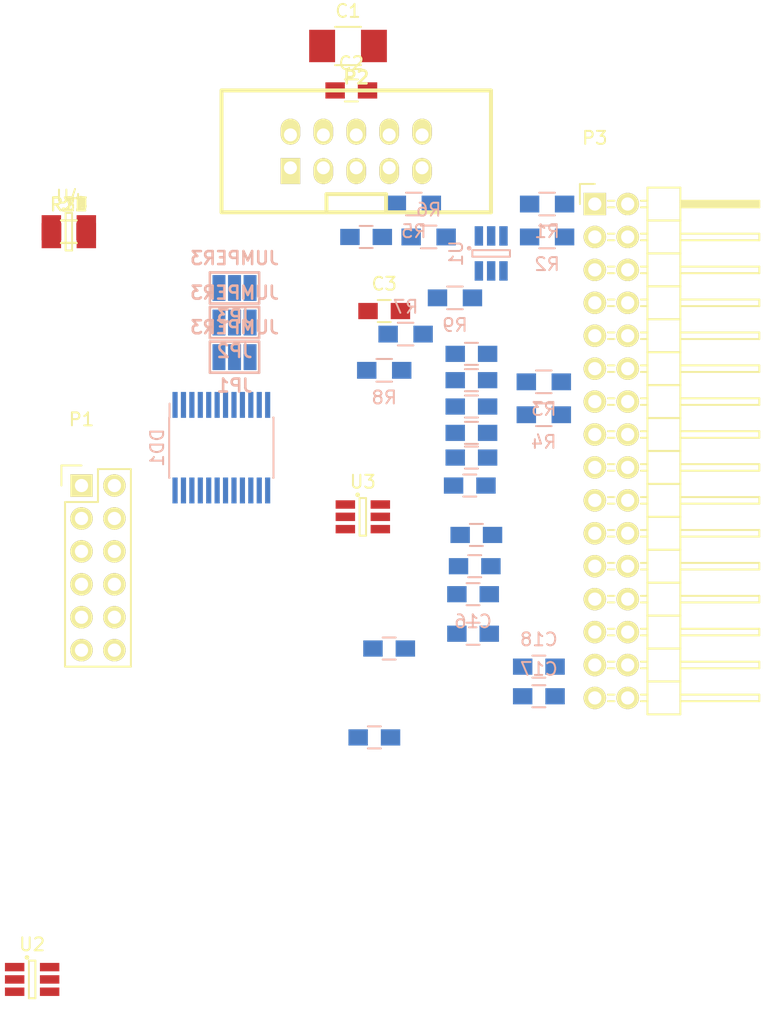
<source format=kicad_pcb>
(kicad_pcb (version 4) (host pcbnew 4.0.1-stable)

  (general
    (links 147)
    (no_connects 142)
    (area 0 0 0 0)
    (thickness 1.6)
    (drawings 0)
    (tracks 0)
    (zones 0)
    (modules 61)
    (nets 63)
  )

  (page A4)
  (layers
    (0 F.Cu signal)
    (31 B.Cu signal)
    (32 B.Adhes user)
    (33 F.Adhes user)
    (34 B.Paste user)
    (35 F.Paste user)
    (36 B.SilkS user)
    (37 F.SilkS user)
    (38 B.Mask user)
    (39 F.Mask user)
    (40 Dwgs.User user)
    (41 Cmts.User user)
    (42 Eco1.User user)
    (43 Eco2.User user)
    (44 Edge.Cuts user)
    (45 Margin user)
    (46 B.CrtYd user)
    (47 F.CrtYd user)
    (48 B.Fab user)
    (49 F.Fab user)
  )

  (setup
    (last_trace_width 0.25)
    (trace_clearance 0.2)
    (zone_clearance 0.508)
    (zone_45_only no)
    (trace_min 0.2)
    (segment_width 0.2)
    (edge_width 0.15)
    (via_size 0.6)
    (via_drill 0.4)
    (via_min_size 0.4)
    (via_min_drill 0.3)
    (uvia_size 0.3)
    (uvia_drill 0.1)
    (uvias_allowed no)
    (uvia_min_size 0.2)
    (uvia_min_drill 0.1)
    (pcb_text_width 0.3)
    (pcb_text_size 1.5 1.5)
    (mod_edge_width 0.15)
    (mod_text_size 1 1)
    (mod_text_width 0.15)
    (pad_size 1.524 1.524)
    (pad_drill 0.762)
    (pad_to_mask_clearance 0.2)
    (aux_axis_origin 0 0)
    (visible_elements FFFFFF1F)
    (pcbplotparams
      (layerselection 0x00030_80000001)
      (usegerberextensions false)
      (excludeedgelayer true)
      (linewidth 0.100000)
      (plotframeref false)
      (viasonmask false)
      (mode 1)
      (useauxorigin false)
      (hpglpennumber 1)
      (hpglpenspeed 20)
      (hpglpendiameter 15)
      (hpglpenoverlay 2)
      (psnegative false)
      (psa4output false)
      (plotreference true)
      (plotvalue true)
      (plotinvisibletext false)
      (padsonsilk false)
      (subtractmaskfromsilk false)
      (outputformat 1)
      (mirror false)
      (drillshape 1)
      (scaleselection 1)
      (outputdirectory ""))
  )

  (net 0 "")
  (net 1 +3V3)
  (net 2 GND)
  (net 3 /I1)
  (net 4 /I2)
  (net 5 /I5)
  (net 6 /I6)
  (net 7 /I4)
  (net 8 /I3)
  (net 9 /I8)
  (net 10 /I7)
  (net 11 /I9)
  (net 12 /I10)
  (net 13 /I13)
  (net 14 /I14)
  (net 15 /I12)
  (net 16 /I11)
  (net 17 /I16)
  (net 18 /I15)
  (net 19 "Net-(DD1-Pad1)")
  (net 20 "Net-(DD1-Pad2)")
  (net 21 "Net-(DD1-Pad3)")
  (net 22 "Net-(DD1-Pad21)")
  (net 23 /SDA)
  (net 24 /SCL)
  (net 25 /INT1)
  (net 26 /INT2)
  (net 27 /INT3)
  (net 28 /INT4)
  (net 29 /INT5)
  (net 30 /INT6)
  (net 31 /IN1)
  (net 32 /IN2)
  (net 33 /IN3)
  (net 34 /IN4)
  (net 35 /IN5)
  (net 36 /IN6)
  (net 37 /IN7)
  (net 38 /IN8)
  (net 39 /IN9)
  (net 40 /IN10)
  (net 41 /IN11)
  (net 42 /IN12)
  (net 43 /IN13)
  (net 44 /IN14)
  (net 45 /IN15)
  (net 46 /IN16)
  (net 47 "Net-(R1-Pad1)")
  (net 48 "Net-(R2-Pad1)")
  (net 49 "Net-(R3-Pad1)")
  (net 50 "Net-(R4-Pad1)")
  (net 51 "Net-(R13-Pad2)")
  (net 52 "Net-(R10-Pad1)")
  (net 53 "Net-(R11-Pad2)")
  (net 54 "Net-(R12-Pad1)")
  (net 55 "Net-(R17-Pad1)")
  (net 56 "Net-(R18-Pad1)")
  (net 57 "Net-(R19-Pad1)")
  (net 58 "Net-(R20-Pad1)")
  (net 59 "Net-(R25-Pad2)")
  (net 60 "Net-(R26-Pad1)")
  (net 61 "Net-(R27-Pad2)")
  (net 62 "Net-(R28-Pad1)")

  (net_class Default "Dies ist die voreingestellte Netzklasse."
    (clearance 0.2)
    (trace_width 0.25)
    (via_dia 0.6)
    (via_drill 0.4)
    (uvia_dia 0.3)
    (uvia_drill 0.1)
    (add_net +3V3)
    (add_net /I1)
    (add_net /I10)
    (add_net /I11)
    (add_net /I12)
    (add_net /I13)
    (add_net /I14)
    (add_net /I15)
    (add_net /I16)
    (add_net /I2)
    (add_net /I3)
    (add_net /I4)
    (add_net /I5)
    (add_net /I6)
    (add_net /I7)
    (add_net /I8)
    (add_net /I9)
    (add_net /IN1)
    (add_net /IN10)
    (add_net /IN11)
    (add_net /IN12)
    (add_net /IN13)
    (add_net /IN14)
    (add_net /IN15)
    (add_net /IN16)
    (add_net /IN2)
    (add_net /IN3)
    (add_net /IN4)
    (add_net /IN5)
    (add_net /IN6)
    (add_net /IN7)
    (add_net /IN8)
    (add_net /IN9)
    (add_net /INT1)
    (add_net /INT2)
    (add_net /INT3)
    (add_net /INT4)
    (add_net /INT5)
    (add_net /INT6)
    (add_net /SCL)
    (add_net /SDA)
    (add_net GND)
    (add_net "Net-(DD1-Pad1)")
    (add_net "Net-(DD1-Pad2)")
    (add_net "Net-(DD1-Pad21)")
    (add_net "Net-(DD1-Pad3)")
    (add_net "Net-(R1-Pad1)")
    (add_net "Net-(R10-Pad1)")
    (add_net "Net-(R11-Pad2)")
    (add_net "Net-(R12-Pad1)")
    (add_net "Net-(R13-Pad2)")
    (add_net "Net-(R17-Pad1)")
    (add_net "Net-(R18-Pad1)")
    (add_net "Net-(R19-Pad1)")
    (add_net "Net-(R2-Pad1)")
    (add_net "Net-(R20-Pad1)")
    (add_net "Net-(R25-Pad2)")
    (add_net "Net-(R26-Pad1)")
    (add_net "Net-(R27-Pad2)")
    (add_net "Net-(R28-Pad1)")
    (add_net "Net-(R3-Pad1)")
    (add_net "Net-(R4-Pad1)")
  )

  (module Capacitors_SMD:C_1210_HandSoldering (layer F.Cu) (tedit 541A9C39) (tstamp 57C87DAB)
    (at 170.053 90.678)
    (descr "Capacitor SMD 1210, hand soldering")
    (tags "capacitor 1210")
    (path /57C9047A)
    (attr smd)
    (fp_text reference C1 (at 0 -2.7) (layer F.SilkS)
      (effects (font (size 1 1) (thickness 0.15)))
    )
    (fp_text value 10u (at 0 2.7) (layer F.Fab)
      (effects (font (size 1 1) (thickness 0.15)))
    )
    (fp_line (start -3.3 -1.6) (end 3.3 -1.6) (layer F.CrtYd) (width 0.05))
    (fp_line (start -3.3 1.6) (end 3.3 1.6) (layer F.CrtYd) (width 0.05))
    (fp_line (start -3.3 -1.6) (end -3.3 1.6) (layer F.CrtYd) (width 0.05))
    (fp_line (start 3.3 -1.6) (end 3.3 1.6) (layer F.CrtYd) (width 0.05))
    (fp_line (start 1 -1.475) (end -1 -1.475) (layer F.SilkS) (width 0.15))
    (fp_line (start -1 1.475) (end 1 1.475) (layer F.SilkS) (width 0.15))
    (pad 1 smd rect (at -2 0) (size 2 2.5) (layers F.Cu F.Paste F.Mask)
      (net 1 +3V3))
    (pad 2 smd rect (at 2 0) (size 2 2.5) (layers F.Cu F.Paste F.Mask)
      (net 2 GND))
    (model Capacitors_SMD.3dshapes/C_1210_HandSoldering.wrl
      (at (xyz 0 0 0))
      (scale (xyz 1 1 1))
      (rotate (xyz 0 0 0))
    )
  )

  (module Capacitors_SMD:C_0805_HandSoldering (layer F.Cu) (tedit 541A9B8D) (tstamp 57C87DB1)
    (at 170.307 94.107)
    (descr "Capacitor SMD 0805, hand soldering")
    (tags "capacitor 0805")
    (path /57C90685)
    (attr smd)
    (fp_text reference C2 (at 0 -2.1) (layer F.SilkS)
      (effects (font (size 1 1) (thickness 0.15)))
    )
    (fp_text value u1 (at 0 2.1) (layer F.Fab)
      (effects (font (size 1 1) (thickness 0.15)))
    )
    (fp_line (start -2.3 -1) (end 2.3 -1) (layer F.CrtYd) (width 0.05))
    (fp_line (start -2.3 1) (end 2.3 1) (layer F.CrtYd) (width 0.05))
    (fp_line (start -2.3 -1) (end -2.3 1) (layer F.CrtYd) (width 0.05))
    (fp_line (start 2.3 -1) (end 2.3 1) (layer F.CrtYd) (width 0.05))
    (fp_line (start 0.5 -0.85) (end -0.5 -0.85) (layer F.SilkS) (width 0.15))
    (fp_line (start -0.5 0.85) (end 0.5 0.85) (layer F.SilkS) (width 0.15))
    (pad 1 smd rect (at -1.25 0) (size 1.5 1.25) (layers F.Cu F.Paste F.Mask)
      (net 1 +3V3))
    (pad 2 smd rect (at 1.25 0) (size 1.5 1.25) (layers F.Cu F.Paste F.Mask)
      (net 2 GND))
    (model Capacitors_SMD.3dshapes/C_0805_HandSoldering.wrl
      (at (xyz 0 0 0))
      (scale (xyz 1 1 1))
      (rotate (xyz 0 0 0))
    )
  )

  (module Capacitors_SMD:C_0805_HandSoldering (layer F.Cu) (tedit 541A9B8D) (tstamp 57C87DB7)
    (at 172.847 111.125)
    (descr "Capacitor SMD 0805, hand soldering")
    (tags "capacitor 0805")
    (path /57C8803E)
    (attr smd)
    (fp_text reference C3 (at 0 -2.1) (layer F.SilkS)
      (effects (font (size 1 1) (thickness 0.15)))
    )
    (fp_text value u1 (at 0 2.1) (layer F.Fab)
      (effects (font (size 1 1) (thickness 0.15)))
    )
    (fp_line (start -2.3 -1) (end 2.3 -1) (layer F.CrtYd) (width 0.05))
    (fp_line (start -2.3 1) (end 2.3 1) (layer F.CrtYd) (width 0.05))
    (fp_line (start -2.3 -1) (end -2.3 1) (layer F.CrtYd) (width 0.05))
    (fp_line (start 2.3 -1) (end 2.3 1) (layer F.CrtYd) (width 0.05))
    (fp_line (start 0.5 -0.85) (end -0.5 -0.85) (layer F.SilkS) (width 0.15))
    (fp_line (start -0.5 0.85) (end 0.5 0.85) (layer F.SilkS) (width 0.15))
    (pad 1 smd rect (at -1.25 0) (size 1.5 1.25) (layers F.Cu F.Paste F.Mask)
      (net 3 /I1))
    (pad 2 smd rect (at 1.25 0) (size 1.5 1.25) (layers F.Cu F.Paste F.Mask)
      (net 2 GND))
    (model Capacitors_SMD.3dshapes/C_0805_HandSoldering.wrl
      (at (xyz 0 0 0))
      (scale (xyz 1 1 1))
      (rotate (xyz 0 0 0))
    )
  )

  (module Capacitors_SMD:C_0805_HandSoldering (layer B.Cu) (tedit 57C87D6A) (tstamp 57C87DBD)
    (at 171.45 105.41 180)
    (descr "Capacitor SMD 0805, hand soldering")
    (tags "capacitor 0805")
    (path /57C880A9)
    (attr smd)
    (fp_text reference C4 (at 0 2.1 180) (layer B.SilkS) hide
      (effects (font (size 1 1) (thickness 0.15)) (justify mirror))
    )
    (fp_text value u1 (at 0 -2.1 180) (layer B.Fab) hide
      (effects (font (size 1 1) (thickness 0.15)) (justify mirror))
    )
    (fp_line (start -2.3 1) (end 2.3 1) (layer B.CrtYd) (width 0.05))
    (fp_line (start -2.3 -1) (end 2.3 -1) (layer B.CrtYd) (width 0.05))
    (fp_line (start -2.3 1) (end -2.3 -1) (layer B.CrtYd) (width 0.05))
    (fp_line (start 2.3 1) (end 2.3 -1) (layer B.CrtYd) (width 0.05))
    (fp_line (start 0.5 0.85) (end -0.5 0.85) (layer B.SilkS) (width 0.15))
    (fp_line (start -0.5 -0.85) (end 0.5 -0.85) (layer B.SilkS) (width 0.15))
    (pad 1 smd rect (at -1.25 0 180) (size 1.5 1.25) (layers B.Cu B.Paste B.Mask)
      (net 4 /I2))
    (pad 2 smd rect (at 1.25 0 180) (size 1.5 1.25) (layers B.Cu B.Paste B.Mask)
      (net 2 GND))
    (model Capacitors_SMD.3dshapes/C_0805_HandSoldering.wrl
      (at (xyz 0 0 0))
      (scale (xyz 1 1 1))
      (rotate (xyz 0 0 0))
    )
  )

  (module Capacitors_SMD:C_0805_HandSoldering (layer B.Cu) (tedit 57C87D66) (tstamp 57C87DC3)
    (at 179.578 114.427 180)
    (descr "Capacitor SMD 0805, hand soldering")
    (tags "capacitor 0805")
    (path /57C89007)
    (attr smd)
    (fp_text reference C5 (at 0 2.1 180) (layer B.SilkS) hide
      (effects (font (size 1 1) (thickness 0.15)) (justify mirror))
    )
    (fp_text value u1 (at 0 -2.1 180) (layer B.Fab) hide
      (effects (font (size 1 1) (thickness 0.15)) (justify mirror))
    )
    (fp_line (start -2.3 1) (end 2.3 1) (layer B.CrtYd) (width 0.05))
    (fp_line (start -2.3 -1) (end 2.3 -1) (layer B.CrtYd) (width 0.05))
    (fp_line (start -2.3 1) (end -2.3 -1) (layer B.CrtYd) (width 0.05))
    (fp_line (start 2.3 1) (end 2.3 -1) (layer B.CrtYd) (width 0.05))
    (fp_line (start 0.5 0.85) (end -0.5 0.85) (layer B.SilkS) (width 0.15))
    (fp_line (start -0.5 -0.85) (end 0.5 -0.85) (layer B.SilkS) (width 0.15))
    (pad 1 smd rect (at -1.25 0 180) (size 1.5 1.25) (layers B.Cu B.Paste B.Mask)
      (net 5 /I5))
    (pad 2 smd rect (at 1.25 0 180) (size 1.5 1.25) (layers B.Cu B.Paste B.Mask)
      (net 2 GND))
    (model Capacitors_SMD.3dshapes/C_0805_HandSoldering.wrl
      (at (xyz 0 0 0))
      (scale (xyz 1 1 1))
      (rotate (xyz 0 0 0))
    )
  )

  (module Capacitors_SMD:C_0805_HandSoldering (layer B.Cu) (tedit 57C87D8E) (tstamp 57C87DC9)
    (at 179.578 116.459 180)
    (descr "Capacitor SMD 0805, hand soldering")
    (tags "capacitor 0805")
    (path /57C8900D)
    (attr smd)
    (fp_text reference C6 (at 0 2.1 180) (layer B.SilkS) hide
      (effects (font (size 1 1) (thickness 0.15)) (justify mirror))
    )
    (fp_text value u1 (at 0 -2.1 180) (layer B.Fab) hide
      (effects (font (size 1 1) (thickness 0.15)) (justify mirror))
    )
    (fp_line (start -2.3 1) (end 2.3 1) (layer B.CrtYd) (width 0.05))
    (fp_line (start -2.3 -1) (end 2.3 -1) (layer B.CrtYd) (width 0.05))
    (fp_line (start -2.3 1) (end -2.3 -1) (layer B.CrtYd) (width 0.05))
    (fp_line (start 2.3 1) (end 2.3 -1) (layer B.CrtYd) (width 0.05))
    (fp_line (start 0.5 0.85) (end -0.5 0.85) (layer B.SilkS) (width 0.15))
    (fp_line (start -0.5 -0.85) (end 0.5 -0.85) (layer B.SilkS) (width 0.15))
    (pad 1 smd rect (at -1.25 0 180) (size 1.5 1.25) (layers B.Cu B.Paste B.Mask)
      (net 6 /I6))
    (pad 2 smd rect (at 1.25 0 180) (size 1.5 1.25) (layers B.Cu B.Paste B.Mask)
      (net 2 GND))
    (model Capacitors_SMD.3dshapes/C_0805_HandSoldering.wrl
      (at (xyz 0 0 0))
      (scale (xyz 1 1 1))
      (rotate (xyz 0 0 0))
    )
  )

  (module Capacitors_SMD:C_0805_HandSoldering (layer B.Cu) (tedit 57C87DA1) (tstamp 57C87DCF)
    (at 179.578 118.491)
    (descr "Capacitor SMD 0805, hand soldering")
    (tags "capacitor 0805")
    (path /57C87FD1)
    (attr smd)
    (fp_text reference C7 (at 0 2.1) (layer B.SilkS) hide
      (effects (font (size 1 1) (thickness 0.15)) (justify mirror))
    )
    (fp_text value u1 (at 0 -2.1) (layer B.Fab) hide
      (effects (font (size 1 1) (thickness 0.15)) (justify mirror))
    )
    (fp_line (start -2.3 1) (end 2.3 1) (layer B.CrtYd) (width 0.05))
    (fp_line (start -2.3 -1) (end 2.3 -1) (layer B.CrtYd) (width 0.05))
    (fp_line (start -2.3 1) (end -2.3 -1) (layer B.CrtYd) (width 0.05))
    (fp_line (start 2.3 1) (end 2.3 -1) (layer B.CrtYd) (width 0.05))
    (fp_line (start 0.5 0.85) (end -0.5 0.85) (layer B.SilkS) (width 0.15))
    (fp_line (start -0.5 -0.85) (end 0.5 -0.85) (layer B.SilkS) (width 0.15))
    (pad 1 smd rect (at -1.25 0) (size 1.5 1.25) (layers B.Cu B.Paste B.Mask)
      (net 2 GND))
    (pad 2 smd rect (at 1.25 0) (size 1.5 1.25) (layers B.Cu B.Paste B.Mask)
      (net 7 /I4))
    (model Capacitors_SMD.3dshapes/C_0805_HandSoldering.wrl
      (at (xyz 0 0 0))
      (scale (xyz 1 1 1))
      (rotate (xyz 0 0 0))
    )
  )

  (module Capacitors_SMD:C_0805_HandSoldering (layer B.Cu) (tedit 57C87DB7) (tstamp 57C87DD5)
    (at 179.578 120.523)
    (descr "Capacitor SMD 0805, hand soldering")
    (tags "capacitor 0805")
    (path /57C88116)
    (attr smd)
    (fp_text reference C8 (at 0 2.1) (layer B.SilkS) hide
      (effects (font (size 1 1) (thickness 0.15)) (justify mirror))
    )
    (fp_text value u1 (at 0 -2.1) (layer B.Fab) hide
      (effects (font (size 1 1) (thickness 0.15)) (justify mirror))
    )
    (fp_line (start -2.3 1) (end 2.3 1) (layer B.CrtYd) (width 0.05))
    (fp_line (start -2.3 -1) (end 2.3 -1) (layer B.CrtYd) (width 0.05))
    (fp_line (start -2.3 1) (end -2.3 -1) (layer B.CrtYd) (width 0.05))
    (fp_line (start 2.3 1) (end 2.3 -1) (layer B.CrtYd) (width 0.05))
    (fp_line (start 0.5 0.85) (end -0.5 0.85) (layer B.SilkS) (width 0.15))
    (fp_line (start -0.5 -0.85) (end 0.5 -0.85) (layer B.SilkS) (width 0.15))
    (pad 1 smd rect (at -1.25 0) (size 1.5 1.25) (layers B.Cu B.Paste B.Mask)
      (net 2 GND))
    (pad 2 smd rect (at 1.25 0) (size 1.5 1.25) (layers B.Cu B.Paste B.Mask)
      (net 8 /I3))
    (model Capacitors_SMD.3dshapes/C_0805_HandSoldering.wrl
      (at (xyz 0 0 0))
      (scale (xyz 1 1 1))
      (rotate (xyz 0 0 0))
    )
  )

  (module Capacitors_SMD:C_0805_HandSoldering (layer B.Cu) (tedit 57C87DCD) (tstamp 57C87DDB)
    (at 179.451 124.587)
    (descr "Capacitor SMD 0805, hand soldering")
    (tags "capacitor 0805")
    (path /57C89001)
    (attr smd)
    (fp_text reference C9 (at 0 2.1) (layer B.SilkS) hide
      (effects (font (size 1 1) (thickness 0.15)) (justify mirror))
    )
    (fp_text value u1 (at 0 -2.1) (layer B.Fab) hide
      (effects (font (size 1 1) (thickness 0.15)) (justify mirror))
    )
    (fp_line (start -2.3 1) (end 2.3 1) (layer B.CrtYd) (width 0.05))
    (fp_line (start -2.3 -1) (end 2.3 -1) (layer B.CrtYd) (width 0.05))
    (fp_line (start -2.3 1) (end -2.3 -1) (layer B.CrtYd) (width 0.05))
    (fp_line (start 2.3 1) (end 2.3 -1) (layer B.CrtYd) (width 0.05))
    (fp_line (start 0.5 0.85) (end -0.5 0.85) (layer B.SilkS) (width 0.15))
    (fp_line (start -0.5 -0.85) (end 0.5 -0.85) (layer B.SilkS) (width 0.15))
    (pad 1 smd rect (at -1.25 0) (size 1.5 1.25) (layers B.Cu B.Paste B.Mask)
      (net 2 GND))
    (pad 2 smd rect (at 1.25 0) (size 1.5 1.25) (layers B.Cu B.Paste B.Mask)
      (net 9 /I8))
    (model Capacitors_SMD.3dshapes/C_0805_HandSoldering.wrl
      (at (xyz 0 0 0))
      (scale (xyz 1 1 1))
      (rotate (xyz 0 0 0))
    )
  )

  (module Capacitors_SMD:C_0805_HandSoldering (layer B.Cu) (tedit 57C87DEF) (tstamp 57C87DE1)
    (at 179.578 122.428)
    (descr "Capacitor SMD 0805, hand soldering")
    (tags "capacitor 0805")
    (path /57C89013)
    (attr smd)
    (fp_text reference C10 (at 0 2.1) (layer B.SilkS) hide
      (effects (font (size 1 1) (thickness 0.15)) (justify mirror))
    )
    (fp_text value u1 (at 0 -2.1) (layer B.Fab) hide
      (effects (font (size 1 1) (thickness 0.15)) (justify mirror))
    )
    (fp_line (start -2.3 1) (end 2.3 1) (layer B.CrtYd) (width 0.05))
    (fp_line (start -2.3 -1) (end 2.3 -1) (layer B.CrtYd) (width 0.05))
    (fp_line (start -2.3 1) (end -2.3 -1) (layer B.CrtYd) (width 0.05))
    (fp_line (start 2.3 1) (end 2.3 -1) (layer B.CrtYd) (width 0.05))
    (fp_line (start 0.5 0.85) (end -0.5 0.85) (layer B.SilkS) (width 0.15))
    (fp_line (start -0.5 -0.85) (end 0.5 -0.85) (layer B.SilkS) (width 0.15))
    (pad 1 smd rect (at -1.25 0) (size 1.5 1.25) (layers B.Cu B.Paste B.Mask)
      (net 2 GND))
    (pad 2 smd rect (at 1.25 0) (size 1.5 1.25) (layers B.Cu B.Paste B.Mask)
      (net 10 /I7))
    (model Capacitors_SMD.3dshapes/C_0805_HandSoldering.wrl
      (at (xyz 0 0 0))
      (scale (xyz 1 1 1))
      (rotate (xyz 0 0 0))
    )
  )

  (module Capacitors_SMD:C_0805_HandSoldering (layer B.Cu) (tedit 57C87E02) (tstamp 57C87DE7)
    (at 179.959 128.397 180)
    (descr "Capacitor SMD 0805, hand soldering")
    (tags "capacitor 0805")
    (path /57C891E2)
    (attr smd)
    (fp_text reference C11 (at 0 2.1 180) (layer B.SilkS) hide
      (effects (font (size 1 1) (thickness 0.15)) (justify mirror))
    )
    (fp_text value u1 (at 0 -2.1 180) (layer B.Fab) hide
      (effects (font (size 1 1) (thickness 0.15)) (justify mirror))
    )
    (fp_line (start -2.3 1) (end 2.3 1) (layer B.CrtYd) (width 0.05))
    (fp_line (start -2.3 -1) (end 2.3 -1) (layer B.CrtYd) (width 0.05))
    (fp_line (start -2.3 1) (end -2.3 -1) (layer B.CrtYd) (width 0.05))
    (fp_line (start 2.3 1) (end 2.3 -1) (layer B.CrtYd) (width 0.05))
    (fp_line (start 0.5 0.85) (end -0.5 0.85) (layer B.SilkS) (width 0.15))
    (fp_line (start -0.5 -0.85) (end 0.5 -0.85) (layer B.SilkS) (width 0.15))
    (pad 1 smd rect (at -1.25 0 180) (size 1.5 1.25) (layers B.Cu B.Paste B.Mask)
      (net 11 /I9))
    (pad 2 smd rect (at 1.25 0 180) (size 1.5 1.25) (layers B.Cu B.Paste B.Mask)
      (net 2 GND))
    (model Capacitors_SMD.3dshapes/C_0805_HandSoldering.wrl
      (at (xyz 0 0 0))
      (scale (xyz 1 1 1))
      (rotate (xyz 0 0 0))
    )
  )

  (module Capacitors_SMD:C_0805_HandSoldering (layer B.Cu) (tedit 57C87E12) (tstamp 57C87DED)
    (at 179.832 130.81 180)
    (descr "Capacitor SMD 0805, hand soldering")
    (tags "capacitor 0805")
    (path /57C891E8)
    (attr smd)
    (fp_text reference C12 (at 0 2.1 180) (layer B.SilkS) hide
      (effects (font (size 1 1) (thickness 0.15)) (justify mirror))
    )
    (fp_text value u1 (at 0 -2.1 450) (layer B.Fab) hide
      (effects (font (size 1 1) (thickness 0.15)) (justify mirror))
    )
    (fp_line (start -2.3 1) (end 2.3 1) (layer B.CrtYd) (width 0.05))
    (fp_line (start -2.3 -1) (end 2.3 -1) (layer B.CrtYd) (width 0.05))
    (fp_line (start -2.3 1) (end -2.3 -1) (layer B.CrtYd) (width 0.05))
    (fp_line (start 2.3 1) (end 2.3 -1) (layer B.CrtYd) (width 0.05))
    (fp_line (start 0.5 0.85) (end -0.5 0.85) (layer B.SilkS) (width 0.15))
    (fp_line (start -0.5 -0.85) (end 0.5 -0.85) (layer B.SilkS) (width 0.15))
    (pad 1 smd rect (at -1.25 0 180) (size 1.5 1.25) (layers B.Cu B.Paste B.Mask)
      (net 12 /I10))
    (pad 2 smd rect (at 1.25 0 180) (size 1.5 1.25) (layers B.Cu B.Paste B.Mask)
      (net 2 GND))
    (model Capacitors_SMD.3dshapes/C_0805_HandSoldering.wrl
      (at (xyz 0 0 0))
      (scale (xyz 1 1 1))
      (rotate (xyz 0 0 0))
    )
  )

  (module Capacitors_SMD:C_0805_HandSoldering (layer B.Cu) (tedit 57C87E1F) (tstamp 57C87DF3)
    (at 179.705 136.017 180)
    (descr "Capacitor SMD 0805, hand soldering")
    (tags "capacitor 0805")
    (path /57C8940B)
    (attr smd)
    (fp_text reference C13 (at 0 2.1 180) (layer B.SilkS) hide
      (effects (font (size 1 1) (thickness 0.15)) (justify mirror))
    )
    (fp_text value u1 (at 0 -2.1 180) (layer B.Fab) hide
      (effects (font (size 1 1) (thickness 0.15)) (justify mirror))
    )
    (fp_line (start -2.3 1) (end 2.3 1) (layer B.CrtYd) (width 0.05))
    (fp_line (start -2.3 -1) (end 2.3 -1) (layer B.CrtYd) (width 0.05))
    (fp_line (start -2.3 1) (end -2.3 -1) (layer B.CrtYd) (width 0.05))
    (fp_line (start 2.3 1) (end 2.3 -1) (layer B.CrtYd) (width 0.05))
    (fp_line (start 0.5 0.85) (end -0.5 0.85) (layer B.SilkS) (width 0.15))
    (fp_line (start -0.5 -0.85) (end 0.5 -0.85) (layer B.SilkS) (width 0.15))
    (pad 1 smd rect (at -1.25 0 180) (size 1.5 1.25) (layers B.Cu B.Paste B.Mask)
      (net 13 /I13))
    (pad 2 smd rect (at 1.25 0 180) (size 1.5 1.25) (layers B.Cu B.Paste B.Mask)
      (net 2 GND))
    (model Capacitors_SMD.3dshapes/C_0805_HandSoldering.wrl
      (at (xyz 0 0 0))
      (scale (xyz 1 1 1))
      (rotate (xyz 0 0 0))
    )
  )

  (module Capacitors_SMD:C_0805_HandSoldering (layer B.Cu) (tedit 57C87E42) (tstamp 57C87DF9)
    (at 173.228 137.16)
    (descr "Capacitor SMD 0805, hand soldering")
    (tags "capacitor 0805")
    (path /57C89411)
    (attr smd)
    (fp_text reference C14 (at 0 2.1) (layer B.SilkS) hide
      (effects (font (size 1 1) (thickness 0.15)) (justify mirror))
    )
    (fp_text value u1 (at 0 -2.1) (layer B.Fab) hide
      (effects (font (size 1 1) (thickness 0.15)) (justify mirror))
    )
    (fp_line (start -2.3 1) (end 2.3 1) (layer B.CrtYd) (width 0.05))
    (fp_line (start -2.3 -1) (end 2.3 -1) (layer B.CrtYd) (width 0.05))
    (fp_line (start -2.3 1) (end -2.3 -1) (layer B.CrtYd) (width 0.05))
    (fp_line (start 2.3 1) (end 2.3 -1) (layer B.CrtYd) (width 0.05))
    (fp_line (start 0.5 0.85) (end -0.5 0.85) (layer B.SilkS) (width 0.15))
    (fp_line (start -0.5 -0.85) (end 0.5 -0.85) (layer B.SilkS) (width 0.15))
    (pad 1 smd rect (at -1.25 0) (size 1.5 1.25) (layers B.Cu B.Paste B.Mask)
      (net 14 /I14))
    (pad 2 smd rect (at 1.25 0) (size 1.5 1.25) (layers B.Cu B.Paste B.Mask)
      (net 2 GND))
    (model Capacitors_SMD.3dshapes/C_0805_HandSoldering.wrl
      (at (xyz 0 0 0))
      (scale (xyz 1 1 1))
      (rotate (xyz 0 0 0))
    )
  )

  (module Capacitors_SMD:C_0805_HandSoldering (layer B.Cu) (tedit 57C87E51) (tstamp 57C87DFF)
    (at 172.085 144.018 180)
    (descr "Capacitor SMD 0805, hand soldering")
    (tags "capacitor 0805")
    (path /57C891DC)
    (attr smd)
    (fp_text reference C15 (at 0 2.1 180) (layer B.SilkS) hide
      (effects (font (size 1 1) (thickness 0.15)) (justify mirror))
    )
    (fp_text value u1 (at 0 -2.1 180) (layer B.Fab) hide
      (effects (font (size 1 1) (thickness 0.15)) (justify mirror))
    )
    (fp_line (start -2.3 1) (end 2.3 1) (layer B.CrtYd) (width 0.05))
    (fp_line (start -2.3 -1) (end 2.3 -1) (layer B.CrtYd) (width 0.05))
    (fp_line (start -2.3 1) (end -2.3 -1) (layer B.CrtYd) (width 0.05))
    (fp_line (start 2.3 1) (end 2.3 -1) (layer B.CrtYd) (width 0.05))
    (fp_line (start 0.5 0.85) (end -0.5 0.85) (layer B.SilkS) (width 0.15))
    (fp_line (start -0.5 -0.85) (end 0.5 -0.85) (layer B.SilkS) (width 0.15))
    (pad 1 smd rect (at -1.25 0 180) (size 1.5 1.25) (layers B.Cu B.Paste B.Mask)
      (net 2 GND))
    (pad 2 smd rect (at 1.25 0 180) (size 1.5 1.25) (layers B.Cu B.Paste B.Mask)
      (net 15 /I12))
    (model Capacitors_SMD.3dshapes/C_0805_HandSoldering.wrl
      (at (xyz 0 0 0))
      (scale (xyz 1 1 1))
      (rotate (xyz 0 0 0))
    )
  )

  (module Capacitors_SMD:C_0805_HandSoldering (layer B.Cu) (tedit 541A9B8D) (tstamp 57C87E05)
    (at 179.705 132.969)
    (descr "Capacitor SMD 0805, hand soldering")
    (tags "capacitor 0805")
    (path /57C891EE)
    (attr smd)
    (fp_text reference C16 (at 0 2.1) (layer B.SilkS)
      (effects (font (size 1 1) (thickness 0.15)) (justify mirror))
    )
    (fp_text value u1 (at 0 -2.1) (layer B.Fab)
      (effects (font (size 1 1) (thickness 0.15)) (justify mirror))
    )
    (fp_line (start -2.3 1) (end 2.3 1) (layer B.CrtYd) (width 0.05))
    (fp_line (start -2.3 -1) (end 2.3 -1) (layer B.CrtYd) (width 0.05))
    (fp_line (start -2.3 1) (end -2.3 -1) (layer B.CrtYd) (width 0.05))
    (fp_line (start 2.3 1) (end 2.3 -1) (layer B.CrtYd) (width 0.05))
    (fp_line (start 0.5 0.85) (end -0.5 0.85) (layer B.SilkS) (width 0.15))
    (fp_line (start -0.5 -0.85) (end 0.5 -0.85) (layer B.SilkS) (width 0.15))
    (pad 1 smd rect (at -1.25 0) (size 1.5 1.25) (layers B.Cu B.Paste B.Mask)
      (net 2 GND))
    (pad 2 smd rect (at 1.25 0) (size 1.5 1.25) (layers B.Cu B.Paste B.Mask)
      (net 16 /I11))
    (model Capacitors_SMD.3dshapes/C_0805_HandSoldering.wrl
      (at (xyz 0 0 0))
      (scale (xyz 1 1 1))
      (rotate (xyz 0 0 0))
    )
  )

  (module Capacitors_SMD:C_0805_HandSoldering (layer B.Cu) (tedit 541A9B8D) (tstamp 57C87E0B)
    (at 184.785 140.843 180)
    (descr "Capacitor SMD 0805, hand soldering")
    (tags "capacitor 0805")
    (path /57C89405)
    (attr smd)
    (fp_text reference C17 (at 0 2.1 180) (layer B.SilkS)
      (effects (font (size 1 1) (thickness 0.15)) (justify mirror))
    )
    (fp_text value u1 (at 0 -2.1 180) (layer B.Fab)
      (effects (font (size 1 1) (thickness 0.15)) (justify mirror))
    )
    (fp_line (start -2.3 1) (end 2.3 1) (layer B.CrtYd) (width 0.05))
    (fp_line (start -2.3 -1) (end 2.3 -1) (layer B.CrtYd) (width 0.05))
    (fp_line (start -2.3 1) (end -2.3 -1) (layer B.CrtYd) (width 0.05))
    (fp_line (start 2.3 1) (end 2.3 -1) (layer B.CrtYd) (width 0.05))
    (fp_line (start 0.5 0.85) (end -0.5 0.85) (layer B.SilkS) (width 0.15))
    (fp_line (start -0.5 -0.85) (end 0.5 -0.85) (layer B.SilkS) (width 0.15))
    (pad 1 smd rect (at -1.25 0 180) (size 1.5 1.25) (layers B.Cu B.Paste B.Mask)
      (net 2 GND))
    (pad 2 smd rect (at 1.25 0 180) (size 1.5 1.25) (layers B.Cu B.Paste B.Mask)
      (net 17 /I16))
    (model Capacitors_SMD.3dshapes/C_0805_HandSoldering.wrl
      (at (xyz 0 0 0))
      (scale (xyz 1 1 1))
      (rotate (xyz 0 0 0))
    )
  )

  (module Capacitors_SMD:C_0805_HandSoldering (layer B.Cu) (tedit 541A9B8D) (tstamp 57C87E11)
    (at 184.785 138.557 180)
    (descr "Capacitor SMD 0805, hand soldering")
    (tags "capacitor 0805")
    (path /57C89417)
    (attr smd)
    (fp_text reference C18 (at 0 2.1 180) (layer B.SilkS)
      (effects (font (size 1 1) (thickness 0.15)) (justify mirror))
    )
    (fp_text value u1 (at 0 -2.1 180) (layer B.Fab)
      (effects (font (size 1 1) (thickness 0.15)) (justify mirror))
    )
    (fp_line (start -2.3 1) (end 2.3 1) (layer B.CrtYd) (width 0.05))
    (fp_line (start -2.3 -1) (end 2.3 -1) (layer B.CrtYd) (width 0.05))
    (fp_line (start -2.3 1) (end -2.3 -1) (layer B.CrtYd) (width 0.05))
    (fp_line (start 2.3 1) (end 2.3 -1) (layer B.CrtYd) (width 0.05))
    (fp_line (start 0.5 0.85) (end -0.5 0.85) (layer B.SilkS) (width 0.15))
    (fp_line (start -0.5 -0.85) (end 0.5 -0.85) (layer B.SilkS) (width 0.15))
    (pad 1 smd rect (at -1.25 0 180) (size 1.5 1.25) (layers B.Cu B.Paste B.Mask)
      (net 2 GND))
    (pad 2 smd rect (at 1.25 0 180) (size 1.5 1.25) (layers B.Cu B.Paste B.Mask)
      (net 18 /I15))
    (model Capacitors_SMD.3dshapes/C_0805_HandSoldering.wrl
      (at (xyz 0 0 0))
      (scale (xyz 1 1 1))
      (rotate (xyz 0 0 0))
    )
  )

  (module sensact:TSSOP-24_4.4x7.8mm_Pitch0.65mm_handsolder (layer B.Cu) (tedit 5638F04A) (tstamp 57C87E2D)
    (at 160.274 121.666 270)
    (descr "TSSOP24: plastic thin shrink small outline package; 24 leads; body width 4.4 mm; (see NXP SSOP-TSSOP-VSO-REFLOW.pdf and sot355-1_po.pdf)")
    (tags "SSOP 0.65")
    (path /57C86BC9)
    (attr smd)
    (fp_text reference DD1 (at 0 4.95 270) (layer B.SilkS)
      (effects (font (size 1 1) (thickness 0.15)) (justify mirror))
    )
    (fp_text value PCA9555 (at 0 -4.95 270) (layer B.Fab)
      (effects (font (size 1 1) (thickness 0.15)) (justify mirror))
    )
    (fp_line (start -4.4 -4.2) (end -4.4 4.2) (layer B.CrtYd) (width 0.15))
    (fp_line (start -4.4 4.2) (end 4.4 4.2) (layer B.CrtYd) (width 0.15))
    (fp_line (start 4.4 4.2) (end 4.4 -4.2) (layer B.CrtYd) (width 0.15))
    (fp_line (start 4.4 -4.2) (end -4.4 -4.2) (layer B.CrtYd) (width 0.15))
    (fp_line (start -2.325 4.025) (end -2.325 4) (layer B.SilkS) (width 0.15))
    (fp_line (start 2.325 4.025) (end 2.325 4) (layer B.SilkS) (width 0.15))
    (fp_line (start 2.325 -4.025) (end 2.325 -4) (layer B.SilkS) (width 0.15))
    (fp_line (start -2.325 -4.025) (end -2.325 -4) (layer B.SilkS) (width 0.15))
    (fp_line (start -2.325 4.025) (end 2.325 4.025) (layer B.SilkS) (width 0.15))
    (fp_line (start -2.325 -4.025) (end 2.325 -4.025) (layer B.SilkS) (width 0.15))
    (fp_line (start -2.325 4) (end -3.4 4) (layer B.SilkS) (width 0.15))
    (pad 1 smd rect (at -3.3 3.575 270) (size 2 0.4) (layers B.Cu B.Paste B.Mask)
      (net 19 "Net-(DD1-Pad1)"))
    (pad 13 smd rect (at 3.3 -3.575 270) (size 2 0.4) (layers B.Cu B.Paste B.Mask)
      (net 11 /I9))
    (pad 2 smd rect (at -3.3 2.925 270) (size 2 0.4) (layers B.Cu B.Paste B.Mask)
      (net 20 "Net-(DD1-Pad2)"))
    (pad 3 smd rect (at -3.3 2.275 270) (size 2 0.4) (layers B.Cu B.Paste B.Mask)
      (net 21 "Net-(DD1-Pad3)"))
    (pad 4 smd rect (at -3.3 1.625 270) (size 2 0.4) (layers B.Cu B.Paste B.Mask)
      (net 3 /I1))
    (pad 5 smd rect (at -3.3 0.975 270) (size 2 0.4) (layers B.Cu B.Paste B.Mask)
      (net 4 /I2))
    (pad 6 smd rect (at -3.3 0.325 270) (size 2 0.4) (layers B.Cu B.Paste B.Mask)
      (net 8 /I3))
    (pad 7 smd rect (at -3.3 -0.325 270) (size 2 0.4) (layers B.Cu B.Paste B.Mask)
      (net 7 /I4))
    (pad 8 smd rect (at -3.3 -0.975 270) (size 2 0.4) (layers B.Cu B.Paste B.Mask)
      (net 5 /I5))
    (pad 9 smd rect (at -3.3 -1.625 270) (size 2 0.4) (layers B.Cu B.Paste B.Mask)
      (net 6 /I6))
    (pad 10 smd rect (at -3.3 -2.275 270) (size 2 0.4) (layers B.Cu B.Paste B.Mask)
      (net 10 /I7))
    (pad 11 smd rect (at -3.3 -2.925 270) (size 2 0.4) (layers B.Cu B.Paste B.Mask)
      (net 9 /I8))
    (pad 12 smd rect (at -3.3 -3.575 270) (size 2 0.4) (layers B.Cu B.Paste B.Mask))
    (pad 14 smd rect (at 3.3 -2.925 270) (size 2 0.4) (layers B.Cu B.Paste B.Mask)
      (net 12 /I10))
    (pad 15 smd rect (at 3.3 -2.275 270) (size 2 0.4) (layers B.Cu B.Paste B.Mask)
      (net 16 /I11))
    (pad 16 smd rect (at 3.3 -1.625 270) (size 2 0.4) (layers B.Cu B.Paste B.Mask)
      (net 15 /I12))
    (pad 17 smd rect (at 3.3 -0.975 270) (size 2 0.4) (layers B.Cu B.Paste B.Mask)
      (net 13 /I13))
    (pad 18 smd rect (at 3.3 -0.325 270) (size 2 0.4) (layers B.Cu B.Paste B.Mask)
      (net 14 /I14))
    (pad 19 smd rect (at 3.3 0.325 270) (size 2 0.4) (layers B.Cu B.Paste B.Mask)
      (net 18 /I15))
    (pad 20 smd rect (at 3.3 0.975 270) (size 2 0.4) (layers B.Cu B.Paste B.Mask)
      (net 17 /I16))
    (pad 21 smd rect (at 3.3 1.625 270) (size 2 0.4) (layers B.Cu B.Paste B.Mask)
      (net 22 "Net-(DD1-Pad21)"))
    (pad 22 smd rect (at 3.3 2.275 270) (size 2 0.4) (layers B.Cu B.Paste B.Mask)
      (net 23 /SDA))
    (pad 23 smd rect (at 3.3 2.925 270) (size 2 0.4) (layers B.Cu B.Paste B.Mask)
      (net 24 /SCL))
    (pad 24 smd rect (at 3.3 3.575 270) (size 2 0.4) (layers B.Cu B.Paste B.Mask))
    (model Housings_SSOP.3dshapes/TSSOP-24_4.4x7.8mm_Pitch0.65mm.wrl
      (at (xyz 0 0 0))
      (scale (xyz 1 1 1))
      (rotate (xyz 0 0 0))
    )
  )

  (module sensact:SMD-solder-bridge-3pin (layer B.Cu) (tedit 55006B11) (tstamp 57C87E34)
    (at 161.29 114.681)
    (path /57C8A24C)
    (fp_text reference JP1 (at 0 2.2) (layer B.SilkS)
      (effects (font (size 1 1) (thickness 0.2)) (justify mirror))
    )
    (fp_text value JUMPER3 (at 0 -2.3) (layer B.SilkS)
      (effects (font (size 1 1) (thickness 0.2)) (justify mirror))
    )
    (fp_line (start -1.9 1.2) (end 1.9 1.2) (layer B.SilkS) (width 0.2))
    (fp_line (start 1.9 1.2) (end 1.9 -1.2) (layer B.SilkS) (width 0.2))
    (fp_line (start 1.9 -1.2) (end -1.9 -1.2) (layer B.SilkS) (width 0.2))
    (fp_line (start -1.9 -1.2) (end -1.9 1.2) (layer B.SilkS) (width 0.2))
    (pad 1 smd rect (at -1.2 0) (size 1 2) (layers B.Cu B.Mask)
      (net 2 GND))
    (pad 2 smd rect (at 0 0) (size 1 2) (layers B.Cu B.Mask)
      (net 21 "Net-(DD1-Pad3)") (solder_mask_margin 0.3))
    (pad 3 smd rect (at 1.2 0) (size 1 2) (layers B.Cu B.Mask)
      (net 1 +3V3))
  )

  (module sensact:SMD-solder-bridge-3pin (layer B.Cu) (tedit 55006B11) (tstamp 57C87E3B)
    (at 161.29 112.014)
    (path /57C8A477)
    (fp_text reference JP2 (at 0 2.2) (layer B.SilkS)
      (effects (font (size 1 1) (thickness 0.2)) (justify mirror))
    )
    (fp_text value JUMPER3 (at 0 -2.3) (layer B.SilkS)
      (effects (font (size 1 1) (thickness 0.2)) (justify mirror))
    )
    (fp_line (start -1.9 1.2) (end 1.9 1.2) (layer B.SilkS) (width 0.2))
    (fp_line (start 1.9 1.2) (end 1.9 -1.2) (layer B.SilkS) (width 0.2))
    (fp_line (start 1.9 -1.2) (end -1.9 -1.2) (layer B.SilkS) (width 0.2))
    (fp_line (start -1.9 -1.2) (end -1.9 1.2) (layer B.SilkS) (width 0.2))
    (pad 1 smd rect (at -1.2 0) (size 1 2) (layers B.Cu B.Mask)
      (net 2 GND))
    (pad 2 smd rect (at 0 0) (size 1 2) (layers B.Cu B.Mask)
      (net 20 "Net-(DD1-Pad2)") (solder_mask_margin 0.3))
    (pad 3 smd rect (at 1.2 0) (size 1 2) (layers B.Cu B.Mask)
      (net 1 +3V3))
  )

  (module sensact:SMD-solder-bridge-3pin (layer B.Cu) (tedit 55006B11) (tstamp 57C87E42)
    (at 161.29 109.347)
    (path /57C8A506)
    (fp_text reference JP3 (at 0 2.2) (layer B.SilkS)
      (effects (font (size 1 1) (thickness 0.2)) (justify mirror))
    )
    (fp_text value JUMPER3 (at 0 -2.3) (layer B.SilkS)
      (effects (font (size 1 1) (thickness 0.2)) (justify mirror))
    )
    (fp_line (start -1.9 1.2) (end 1.9 1.2) (layer B.SilkS) (width 0.2))
    (fp_line (start 1.9 1.2) (end 1.9 -1.2) (layer B.SilkS) (width 0.2))
    (fp_line (start 1.9 -1.2) (end -1.9 -1.2) (layer B.SilkS) (width 0.2))
    (fp_line (start -1.9 -1.2) (end -1.9 1.2) (layer B.SilkS) (width 0.2))
    (pad 1 smd rect (at -1.2 0) (size 1 2) (layers B.Cu B.Mask)
      (net 2 GND))
    (pad 2 smd rect (at 0 0) (size 1 2) (layers B.Cu B.Mask)
      (net 22 "Net-(DD1-Pad21)") (solder_mask_margin 0.3))
    (pad 3 smd rect (at 1.2 0) (size 1 2) (layers B.Cu B.Mask)
      (net 1 +3V3))
  )

  (module w_conn_strip:vasch_strip_5x2 (layer F.Cu) (tedit 0) (tstamp 57C87E60)
    (at 170.688 98.806)
    (descr "Box header 5x2pin 2.54mm")
    (tags "CONN DEV")
    (path /57C8D246)
    (fp_text reference P2 (at 0 -5.7) (layer F.SilkS)
      (effects (font (size 1 1) (thickness 0.2032)))
    )
    (fp_text value CONN_02X05 (at 0 5.7) (layer F.SilkS) hide
      (effects (font (size 1 1) (thickness 0.2032)))
    )
    (fp_line (start -10.4 4.7) (end 10.4 4.7) (layer F.SilkS) (width 0.3048))
    (fp_line (start 10.4 -4.7) (end -10.4 -4.7) (layer F.SilkS) (width 0.3048))
    (fp_line (start -10.4 -4.7) (end -10.4 4.7) (layer F.SilkS) (width 0.3048))
    (fp_line (start 10.4 -4.7) (end 10.4 4.7) (layer F.SilkS) (width 0.3048))
    (fp_line (start 2.3 4.7) (end 2.3 3.3) (layer F.SilkS) (width 0.29972))
    (fp_line (start 2.3 3.3) (end -2.3 3.3) (layer F.SilkS) (width 0.29972))
    (fp_line (start -2.3 3.3) (end -2.3 4.7) (layer F.SilkS) (width 0.29972))
    (pad 9 thru_hole oval (at 5.08 1.27) (size 1.5 2) (drill 1 (offset 0 0.25)) (layers *.Cu *.Mask F.SilkS)
      (net 30 /INT6))
    (pad 10 thru_hole oval (at 5.08 -1.27) (size 1.5 2) (drill 1 (offset 0 -0.25)) (layers *.Cu *.Mask F.SilkS)
      (net 2 GND))
    (pad 8 thru_hole oval (at 2.54 -1.27) (size 1.5 2) (drill 1 (offset 0 -0.25)) (layers *.Cu *.Mask F.SilkS)
      (net 29 /INT5))
    (pad 7 thru_hole oval (at 2.54 1.27) (size 1.5 2) (drill 1 (offset 0 0.25)) (layers *.Cu *.Mask F.SilkS)
      (net 28 /INT4))
    (pad 1 thru_hole rect (at -5.08 1.27) (size 1.5 2) (drill 1 (offset 0 0.25)) (layers *.Cu *.Mask F.SilkS)
      (net 1 +3V3))
    (pad 2 thru_hole oval (at -5.08 -1.27) (size 1.5 2) (drill 1 (offset 0 -0.25)) (layers *.Cu *.Mask F.SilkS)
      (net 23 /SDA))
    (pad 3 thru_hole oval (at -2.54 1.27) (size 1.5 2) (drill 1 (offset 0 0.25)) (layers *.Cu *.Mask F.SilkS)
      (net 24 /SCL))
    (pad 4 thru_hole oval (at -2.54 -1.27) (size 1.5 2) (drill 1 (offset 0 -0.25)) (layers *.Cu *.Mask F.SilkS)
      (net 25 /INT1))
    (pad 5 thru_hole oval (at 0 1.27) (size 1.5 2) (drill 1 (offset 0 0.25)) (layers *.Cu *.Mask F.SilkS)
      (net 26 /INT2))
    (pad 6 thru_hole oval (at 0 -1.27) (size 1.5 2) (drill 1 (offset 0 -0.25)) (layers *.Cu *.Mask F.SilkS)
      (net 27 /INT3))
    (model walter/conn_strip/vasch_strip_5x2.wrl
      (at (xyz 0 0 0))
      (scale (xyz 1 1 1))
      (rotate (xyz 0 0 0))
    )
  )

  (module Pin_Headers:Pin_Header_Angled_2x16 (layer F.Cu) (tedit 0) (tstamp 57C87E84)
    (at 189.103 102.87)
    (descr "Through hole pin header")
    (tags "pin header")
    (path /57C8B292)
    (fp_text reference P3 (at 0 -5.1) (layer F.SilkS)
      (effects (font (size 1 1) (thickness 0.15)))
    )
    (fp_text value CONN_02X16 (at 0 -3.1) (layer F.Fab)
      (effects (font (size 1 1) (thickness 0.15)))
    )
    (fp_line (start -1.35 -1.75) (end -1.35 39.85) (layer F.CrtYd) (width 0.05))
    (fp_line (start 13.2 -1.75) (end 13.2 39.85) (layer F.CrtYd) (width 0.05))
    (fp_line (start -1.35 -1.75) (end 13.2 -1.75) (layer F.CrtYd) (width 0.05))
    (fp_line (start -1.35 39.85) (end 13.2 39.85) (layer F.CrtYd) (width 0.05))
    (fp_line (start 1.524 4.826) (end 1.016 4.826) (layer F.SilkS) (width 0.15))
    (fp_line (start 1.524 5.334) (end 1.016 5.334) (layer F.SilkS) (width 0.15))
    (fp_line (start 1.524 7.366) (end 1.016 7.366) (layer F.SilkS) (width 0.15))
    (fp_line (start 1.524 7.874) (end 1.016 7.874) (layer F.SilkS) (width 0.15))
    (fp_line (start 1.524 2.794) (end 1.016 2.794) (layer F.SilkS) (width 0.15))
    (fp_line (start 1.524 2.286) (end 1.016 2.286) (layer F.SilkS) (width 0.15))
    (fp_line (start 1.524 0.254) (end 1.016 0.254) (layer F.SilkS) (width 0.15))
    (fp_line (start 1.524 -0.254) (end 1.016 -0.254) (layer F.SilkS) (width 0.15))
    (fp_line (start 1.524 35.306) (end 1.016 35.306) (layer F.SilkS) (width 0.15))
    (fp_line (start 1.524 35.814) (end 1.016 35.814) (layer F.SilkS) (width 0.15))
    (fp_line (start 1.524 37.846) (end 1.016 37.846) (layer F.SilkS) (width 0.15))
    (fp_line (start 1.524 38.354) (end 1.016 38.354) (layer F.SilkS) (width 0.15))
    (fp_line (start 1.524 33.274) (end 1.016 33.274) (layer F.SilkS) (width 0.15))
    (fp_line (start 1.524 32.766) (end 1.016 32.766) (layer F.SilkS) (width 0.15))
    (fp_line (start 1.524 30.734) (end 1.016 30.734) (layer F.SilkS) (width 0.15))
    (fp_line (start 1.524 30.226) (end 1.016 30.226) (layer F.SilkS) (width 0.15))
    (fp_line (start 1.524 25.146) (end 1.016 25.146) (layer F.SilkS) (width 0.15))
    (fp_line (start 1.524 25.654) (end 1.016 25.654) (layer F.SilkS) (width 0.15))
    (fp_line (start 1.524 27.686) (end 1.016 27.686) (layer F.SilkS) (width 0.15))
    (fp_line (start 1.524 28.194) (end 1.016 28.194) (layer F.SilkS) (width 0.15))
    (fp_line (start 1.524 23.114) (end 1.016 23.114) (layer F.SilkS) (width 0.15))
    (fp_line (start 1.524 22.606) (end 1.016 22.606) (layer F.SilkS) (width 0.15))
    (fp_line (start 1.524 20.574) (end 1.016 20.574) (layer F.SilkS) (width 0.15))
    (fp_line (start 1.524 20.066) (end 1.016 20.066) (layer F.SilkS) (width 0.15))
    (fp_line (start 1.524 9.906) (end 1.016 9.906) (layer F.SilkS) (width 0.15))
    (fp_line (start 1.524 10.414) (end 1.016 10.414) (layer F.SilkS) (width 0.15))
    (fp_line (start 1.524 12.446) (end 1.016 12.446) (layer F.SilkS) (width 0.15))
    (fp_line (start 1.524 12.954) (end 1.016 12.954) (layer F.SilkS) (width 0.15))
    (fp_line (start 1.524 18.034) (end 1.016 18.034) (layer F.SilkS) (width 0.15))
    (fp_line (start 1.524 17.526) (end 1.016 17.526) (layer F.SilkS) (width 0.15))
    (fp_line (start 1.524 15.494) (end 1.016 15.494) (layer F.SilkS) (width 0.15))
    (fp_line (start 1.524 14.986) (end 1.016 14.986) (layer F.SilkS) (width 0.15))
    (fp_line (start 4.064 25.146) (end 3.556 25.146) (layer F.SilkS) (width 0.15))
    (fp_line (start 4.064 25.654) (end 3.556 25.654) (layer F.SilkS) (width 0.15))
    (fp_line (start 4.064 27.686) (end 3.556 27.686) (layer F.SilkS) (width 0.15))
    (fp_line (start 4.064 28.194) (end 3.556 28.194) (layer F.SilkS) (width 0.15))
    (fp_line (start 4.064 23.114) (end 3.556 23.114) (layer F.SilkS) (width 0.15))
    (fp_line (start 4.064 22.606) (end 3.556 22.606) (layer F.SilkS) (width 0.15))
    (fp_line (start 4.064 20.574) (end 3.556 20.574) (layer F.SilkS) (width 0.15))
    (fp_line (start 4.064 20.066) (end 3.556 20.066) (layer F.SilkS) (width 0.15))
    (fp_line (start 4.064 30.226) (end 3.556 30.226) (layer F.SilkS) (width 0.15))
    (fp_line (start 4.064 30.734) (end 3.556 30.734) (layer F.SilkS) (width 0.15))
    (fp_line (start 4.064 32.766) (end 3.556 32.766) (layer F.SilkS) (width 0.15))
    (fp_line (start 4.064 33.274) (end 3.556 33.274) (layer F.SilkS) (width 0.15))
    (fp_line (start 4.064 38.354) (end 3.556 38.354) (layer F.SilkS) (width 0.15))
    (fp_line (start 4.064 37.846) (end 3.556 37.846) (layer F.SilkS) (width 0.15))
    (fp_line (start 4.064 35.814) (end 3.556 35.814) (layer F.SilkS) (width 0.15))
    (fp_line (start 4.064 35.306) (end 3.556 35.306) (layer F.SilkS) (width 0.15))
    (fp_line (start 4.064 14.986) (end 3.556 14.986) (layer F.SilkS) (width 0.15))
    (fp_line (start 4.064 15.494) (end 3.556 15.494) (layer F.SilkS) (width 0.15))
    (fp_line (start 4.064 17.526) (end 3.556 17.526) (layer F.SilkS) (width 0.15))
    (fp_line (start 4.064 18.034) (end 3.556 18.034) (layer F.SilkS) (width 0.15))
    (fp_line (start 4.064 12.954) (end 3.556 12.954) (layer F.SilkS) (width 0.15))
    (fp_line (start 4.064 12.446) (end 3.556 12.446) (layer F.SilkS) (width 0.15))
    (fp_line (start 4.064 10.414) (end 3.556 10.414) (layer F.SilkS) (width 0.15))
    (fp_line (start 4.064 9.906) (end 3.556 9.906) (layer F.SilkS) (width 0.15))
    (fp_line (start 4.064 -0.254) (end 3.556 -0.254) (layer F.SilkS) (width 0.15))
    (fp_line (start 4.064 0.254) (end 3.556 0.254) (layer F.SilkS) (width 0.15))
    (fp_line (start 4.064 2.286) (end 3.556 2.286) (layer F.SilkS) (width 0.15))
    (fp_line (start 4.064 2.794) (end 3.556 2.794) (layer F.SilkS) (width 0.15))
    (fp_line (start 4.064 7.874) (end 3.556 7.874) (layer F.SilkS) (width 0.15))
    (fp_line (start 4.064 7.366) (end 3.556 7.366) (layer F.SilkS) (width 0.15))
    (fp_line (start 4.064 5.334) (end 3.556 5.334) (layer F.SilkS) (width 0.15))
    (fp_line (start 4.064 4.826) (end 3.556 4.826) (layer F.SilkS) (width 0.15))
    (fp_line (start 0 -1.55) (end -1.15 -1.55) (layer F.SilkS) (width 0.15))
    (fp_line (start -1.15 -1.55) (end -1.15 0) (layer F.SilkS) (width 0.15))
    (fp_line (start 6.604 -0.127) (end 12.573 -0.127) (layer F.SilkS) (width 0.15))
    (fp_line (start 12.573 -0.127) (end 12.573 0.127) (layer F.SilkS) (width 0.15))
    (fp_line (start 12.573 0.127) (end 6.731 0.127) (layer F.SilkS) (width 0.15))
    (fp_line (start 6.731 0.127) (end 6.731 0) (layer F.SilkS) (width 0.15))
    (fp_line (start 6.731 0) (end 12.573 0) (layer F.SilkS) (width 0.15))
    (fp_line (start 4.064 19.05) (end 6.604 19.05) (layer F.SilkS) (width 0.15))
    (fp_line (start 4.064 19.05) (end 4.064 21.59) (layer F.SilkS) (width 0.15))
    (fp_line (start 4.064 21.59) (end 6.604 21.59) (layer F.SilkS) (width 0.15))
    (fp_line (start 6.604 20.066) (end 12.7 20.066) (layer F.SilkS) (width 0.15))
    (fp_line (start 12.7 20.066) (end 12.7 20.574) (layer F.SilkS) (width 0.15))
    (fp_line (start 12.7 20.574) (end 6.604 20.574) (layer F.SilkS) (width 0.15))
    (fp_line (start 6.604 21.59) (end 6.604 19.05) (layer F.SilkS) (width 0.15))
    (fp_line (start 6.604 24.13) (end 6.604 21.59) (layer F.SilkS) (width 0.15))
    (fp_line (start 12.7 23.114) (end 6.604 23.114) (layer F.SilkS) (width 0.15))
    (fp_line (start 12.7 22.606) (end 12.7 23.114) (layer F.SilkS) (width 0.15))
    (fp_line (start 6.604 22.606) (end 12.7 22.606) (layer F.SilkS) (width 0.15))
    (fp_line (start 4.064 24.13) (end 6.604 24.13) (layer F.SilkS) (width 0.15))
    (fp_line (start 4.064 21.59) (end 4.064 24.13) (layer F.SilkS) (width 0.15))
    (fp_line (start 4.064 21.59) (end 6.604 21.59) (layer F.SilkS) (width 0.15))
    (fp_line (start 4.064 26.67) (end 6.604 26.67) (layer F.SilkS) (width 0.15))
    (fp_line (start 4.064 26.67) (end 4.064 29.21) (layer F.SilkS) (width 0.15))
    (fp_line (start 4.064 29.21) (end 6.604 29.21) (layer F.SilkS) (width 0.15))
    (fp_line (start 6.604 27.686) (end 12.7 27.686) (layer F.SilkS) (width 0.15))
    (fp_line (start 12.7 27.686) (end 12.7 28.194) (layer F.SilkS) (width 0.15))
    (fp_line (start 12.7 28.194) (end 6.604 28.194) (layer F.SilkS) (width 0.15))
    (fp_line (start 6.604 29.21) (end 6.604 26.67) (layer F.SilkS) (width 0.15))
    (fp_line (start 6.604 26.67) (end 6.604 24.13) (layer F.SilkS) (width 0.15))
    (fp_line (start 12.7 25.654) (end 6.604 25.654) (layer F.SilkS) (width 0.15))
    (fp_line (start 12.7 25.146) (end 12.7 25.654) (layer F.SilkS) (width 0.15))
    (fp_line (start 6.604 25.146) (end 12.7 25.146) (layer F.SilkS) (width 0.15))
    (fp_line (start 4.064 26.67) (end 6.604 26.67) (layer F.SilkS) (width 0.15))
    (fp_line (start 4.064 24.13) (end 4.064 26.67) (layer F.SilkS) (width 0.15))
    (fp_line (start 4.064 24.13) (end 6.604 24.13) (layer F.SilkS) (width 0.15))
    (fp_line (start 4.064 34.29) (end 6.604 34.29) (layer F.SilkS) (width 0.15))
    (fp_line (start 4.064 34.29) (end 4.064 36.83) (layer F.SilkS) (width 0.15))
    (fp_line (start 4.064 36.83) (end 6.604 36.83) (layer F.SilkS) (width 0.15))
    (fp_line (start 6.604 35.306) (end 12.7 35.306) (layer F.SilkS) (width 0.15))
    (fp_line (start 12.7 35.306) (end 12.7 35.814) (layer F.SilkS) (width 0.15))
    (fp_line (start 12.7 35.814) (end 6.604 35.814) (layer F.SilkS) (width 0.15))
    (fp_line (start 6.604 36.83) (end 6.604 34.29) (layer F.SilkS) (width 0.15))
    (fp_line (start 6.604 39.37) (end 6.604 36.83) (layer F.SilkS) (width 0.15))
    (fp_line (start 12.7 38.354) (end 6.604 38.354) (layer F.SilkS) (width 0.15))
    (fp_line (start 12.7 37.846) (end 12.7 38.354) (layer F.SilkS) (width 0.15))
    (fp_line (start 6.604 37.846) (end 12.7 37.846) (layer F.SilkS) (width 0.15))
    (fp_line (start 4.064 39.37) (end 6.604 39.37) (layer F.SilkS) (width 0.15))
    (fp_line (start 4.064 36.83) (end 4.064 39.37) (layer F.SilkS) (width 0.15))
    (fp_line (start 4.064 36.83) (end 6.604 36.83) (layer F.SilkS) (width 0.15))
    (fp_line (start 4.064 31.75) (end 6.604 31.75) (layer F.SilkS) (width 0.15))
    (fp_line (start 4.064 31.75) (end 4.064 34.29) (layer F.SilkS) (width 0.15))
    (fp_line (start 4.064 34.29) (end 6.604 34.29) (layer F.SilkS) (width 0.15))
    (fp_line (start 6.604 32.766) (end 12.7 32.766) (layer F.SilkS) (width 0.15))
    (fp_line (start 12.7 32.766) (end 12.7 33.274) (layer F.SilkS) (width 0.15))
    (fp_line (start 12.7 33.274) (end 6.604 33.274) (layer F.SilkS) (width 0.15))
    (fp_line (start 6.604 34.29) (end 6.604 31.75) (layer F.SilkS) (width 0.15))
    (fp_line (start 6.604 31.75) (end 6.604 29.21) (layer F.SilkS) (width 0.15))
    (fp_line (start 12.7 30.734) (end 6.604 30.734) (layer F.SilkS) (width 0.15))
    (fp_line (start 12.7 30.226) (end 12.7 30.734) (layer F.SilkS) (width 0.15))
    (fp_line (start 6.604 30.226) (end 12.7 30.226) (layer F.SilkS) (width 0.15))
    (fp_line (start 4.064 31.75) (end 6.604 31.75) (layer F.SilkS) (width 0.15))
    (fp_line (start 4.064 29.21) (end 4.064 31.75) (layer F.SilkS) (width 0.15))
    (fp_line (start 4.064 29.21) (end 6.604 29.21) (layer F.SilkS) (width 0.15))
    (fp_line (start 4.064 8.89) (end 6.604 8.89) (layer F.SilkS) (width 0.15))
    (fp_line (start 4.064 8.89) (end 4.064 11.43) (layer F.SilkS) (width 0.15))
    (fp_line (start 4.064 11.43) (end 6.604 11.43) (layer F.SilkS) (width 0.15))
    (fp_line (start 6.604 9.906) (end 12.7 9.906) (layer F.SilkS) (width 0.15))
    (fp_line (start 12.7 9.906) (end 12.7 10.414) (layer F.SilkS) (width 0.15))
    (fp_line (start 12.7 10.414) (end 6.604 10.414) (layer F.SilkS) (width 0.15))
    (fp_line (start 6.604 11.43) (end 6.604 8.89) (layer F.SilkS) (width 0.15))
    (fp_line (start 6.604 13.97) (end 6.604 11.43) (layer F.SilkS) (width 0.15))
    (fp_line (start 12.7 12.954) (end 6.604 12.954) (layer F.SilkS) (width 0.15))
    (fp_line (start 12.7 12.446) (end 12.7 12.954) (layer F.SilkS) (width 0.15))
    (fp_line (start 6.604 12.446) (end 12.7 12.446) (layer F.SilkS) (width 0.15))
    (fp_line (start 4.064 13.97) (end 6.604 13.97) (layer F.SilkS) (width 0.15))
    (fp_line (start 4.064 11.43) (end 4.064 13.97) (layer F.SilkS) (width 0.15))
    (fp_line (start 4.064 11.43) (end 6.604 11.43) (layer F.SilkS) (width 0.15))
    (fp_line (start 4.064 16.51) (end 6.604 16.51) (layer F.SilkS) (width 0.15))
    (fp_line (start 4.064 16.51) (end 4.064 19.05) (layer F.SilkS) (width 0.15))
    (fp_line (start 4.064 19.05) (end 6.604 19.05) (layer F.SilkS) (width 0.15))
    (fp_line (start 6.604 17.526) (end 12.7 17.526) (layer F.SilkS) (width 0.15))
    (fp_line (start 12.7 17.526) (end 12.7 18.034) (layer F.SilkS) (width 0.15))
    (fp_line (start 12.7 18.034) (end 6.604 18.034) (layer F.SilkS) (width 0.15))
    (fp_line (start 6.604 19.05) (end 6.604 16.51) (layer F.SilkS) (width 0.15))
    (fp_line (start 6.604 16.51) (end 6.604 13.97) (layer F.SilkS) (width 0.15))
    (fp_line (start 12.7 15.494) (end 6.604 15.494) (layer F.SilkS) (width 0.15))
    (fp_line (start 12.7 14.986) (end 12.7 15.494) (layer F.SilkS) (width 0.15))
    (fp_line (start 6.604 14.986) (end 12.7 14.986) (layer F.SilkS) (width 0.15))
    (fp_line (start 4.064 16.51) (end 6.604 16.51) (layer F.SilkS) (width 0.15))
    (fp_line (start 4.064 13.97) (end 4.064 16.51) (layer F.SilkS) (width 0.15))
    (fp_line (start 4.064 13.97) (end 6.604 13.97) (layer F.SilkS) (width 0.15))
    (fp_line (start 4.064 3.81) (end 6.604 3.81) (layer F.SilkS) (width 0.15))
    (fp_line (start 4.064 3.81) (end 4.064 6.35) (layer F.SilkS) (width 0.15))
    (fp_line (start 4.064 6.35) (end 6.604 6.35) (layer F.SilkS) (width 0.15))
    (fp_line (start 6.604 4.826) (end 12.7 4.826) (layer F.SilkS) (width 0.15))
    (fp_line (start 12.7 4.826) (end 12.7 5.334) (layer F.SilkS) (width 0.15))
    (fp_line (start 12.7 5.334) (end 6.604 5.334) (layer F.SilkS) (width 0.15))
    (fp_line (start 6.604 6.35) (end 6.604 3.81) (layer F.SilkS) (width 0.15))
    (fp_line (start 6.604 8.89) (end 6.604 6.35) (layer F.SilkS) (width 0.15))
    (fp_line (start 12.7 7.874) (end 6.604 7.874) (layer F.SilkS) (width 0.15))
    (fp_line (start 12.7 7.366) (end 12.7 7.874) (layer F.SilkS) (width 0.15))
    (fp_line (start 6.604 7.366) (end 12.7 7.366) (layer F.SilkS) (width 0.15))
    (fp_line (start 4.064 8.89) (end 6.604 8.89) (layer F.SilkS) (width 0.15))
    (fp_line (start 4.064 6.35) (end 4.064 8.89) (layer F.SilkS) (width 0.15))
    (fp_line (start 4.064 6.35) (end 6.604 6.35) (layer F.SilkS) (width 0.15))
    (fp_line (start 4.064 1.27) (end 6.604 1.27) (layer F.SilkS) (width 0.15))
    (fp_line (start 4.064 1.27) (end 4.064 3.81) (layer F.SilkS) (width 0.15))
    (fp_line (start 4.064 3.81) (end 6.604 3.81) (layer F.SilkS) (width 0.15))
    (fp_line (start 6.604 2.286) (end 12.7 2.286) (layer F.SilkS) (width 0.15))
    (fp_line (start 12.7 2.286) (end 12.7 2.794) (layer F.SilkS) (width 0.15))
    (fp_line (start 12.7 2.794) (end 6.604 2.794) (layer F.SilkS) (width 0.15))
    (fp_line (start 6.604 3.81) (end 6.604 1.27) (layer F.SilkS) (width 0.15))
    (fp_line (start 6.604 1.27) (end 6.604 -1.27) (layer F.SilkS) (width 0.15))
    (fp_line (start 12.7 0.254) (end 6.604 0.254) (layer F.SilkS) (width 0.15))
    (fp_line (start 12.7 -0.254) (end 12.7 0.254) (layer F.SilkS) (width 0.15))
    (fp_line (start 6.604 -0.254) (end 12.7 -0.254) (layer F.SilkS) (width 0.15))
    (fp_line (start 4.064 1.27) (end 6.604 1.27) (layer F.SilkS) (width 0.15))
    (fp_line (start 4.064 -1.27) (end 4.064 1.27) (layer F.SilkS) (width 0.15))
    (fp_line (start 4.064 -1.27) (end 6.604 -1.27) (layer F.SilkS) (width 0.15))
    (pad 1 thru_hole rect (at 0 0) (size 1.7272 1.7272) (drill 1.016) (layers *.Cu *.Mask F.SilkS)
      (net 31 /IN1))
    (pad 2 thru_hole oval (at 2.54 0) (size 1.7272 1.7272) (drill 1.016) (layers *.Cu *.Mask F.SilkS)
      (net 2 GND))
    (pad 3 thru_hole oval (at 0 2.54) (size 1.7272 1.7272) (drill 1.016) (layers *.Cu *.Mask F.SilkS)
      (net 32 /IN2))
    (pad 4 thru_hole oval (at 2.54 2.54) (size 1.7272 1.7272) (drill 1.016) (layers *.Cu *.Mask F.SilkS)
      (net 2 GND))
    (pad 5 thru_hole oval (at 0 5.08) (size 1.7272 1.7272) (drill 1.016) (layers *.Cu *.Mask F.SilkS)
      (net 33 /IN3))
    (pad 6 thru_hole oval (at 2.54 5.08) (size 1.7272 1.7272) (drill 1.016) (layers *.Cu *.Mask F.SilkS)
      (net 2 GND))
    (pad 7 thru_hole oval (at 0 7.62) (size 1.7272 1.7272) (drill 1.016) (layers *.Cu *.Mask F.SilkS)
      (net 34 /IN4))
    (pad 8 thru_hole oval (at 2.54 7.62) (size 1.7272 1.7272) (drill 1.016) (layers *.Cu *.Mask F.SilkS)
      (net 2 GND))
    (pad 9 thru_hole oval (at 0 10.16) (size 1.7272 1.7272) (drill 1.016) (layers *.Cu *.Mask F.SilkS)
      (net 35 /IN5))
    (pad 10 thru_hole oval (at 2.54 10.16) (size 1.7272 1.7272) (drill 1.016) (layers *.Cu *.Mask F.SilkS)
      (net 2 GND))
    (pad 11 thru_hole oval (at 0 12.7) (size 1.7272 1.7272) (drill 1.016) (layers *.Cu *.Mask F.SilkS)
      (net 36 /IN6))
    (pad 12 thru_hole oval (at 2.54 12.7) (size 1.7272 1.7272) (drill 1.016) (layers *.Cu *.Mask F.SilkS)
      (net 2 GND))
    (pad 13 thru_hole oval (at 0 15.24) (size 1.7272 1.7272) (drill 1.016) (layers *.Cu *.Mask F.SilkS)
      (net 37 /IN7))
    (pad 14 thru_hole oval (at 2.54 15.24) (size 1.7272 1.7272) (drill 1.016) (layers *.Cu *.Mask F.SilkS)
      (net 2 GND))
    (pad 15 thru_hole oval (at 0 17.78) (size 1.7272 1.7272) (drill 1.016) (layers *.Cu *.Mask F.SilkS)
      (net 38 /IN8))
    (pad 16 thru_hole oval (at 2.54 17.78) (size 1.7272 1.7272) (drill 1.016) (layers *.Cu *.Mask F.SilkS)
      (net 2 GND))
    (pad 17 thru_hole oval (at 0 20.32) (size 1.7272 1.7272) (drill 1.016) (layers *.Cu *.Mask F.SilkS)
      (net 39 /IN9))
    (pad 18 thru_hole oval (at 2.54 20.32) (size 1.7272 1.7272) (drill 1.016) (layers *.Cu *.Mask F.SilkS)
      (net 2 GND))
    (pad 19 thru_hole oval (at 0 22.86) (size 1.7272 1.7272) (drill 1.016) (layers *.Cu *.Mask F.SilkS)
      (net 40 /IN10))
    (pad 20 thru_hole oval (at 2.54 22.86) (size 1.7272 1.7272) (drill 1.016) (layers *.Cu *.Mask F.SilkS)
      (net 2 GND))
    (pad 21 thru_hole oval (at 0 25.4) (size 1.7272 1.7272) (drill 1.016) (layers *.Cu *.Mask F.SilkS)
      (net 41 /IN11))
    (pad 22 thru_hole oval (at 2.54 25.4) (size 1.7272 1.7272) (drill 1.016) (layers *.Cu *.Mask F.SilkS)
      (net 2 GND))
    (pad 23 thru_hole oval (at 0 27.94) (size 1.7272 1.7272) (drill 1.016) (layers *.Cu *.Mask F.SilkS)
      (net 42 /IN12))
    (pad 24 thru_hole oval (at 2.54 27.94) (size 1.7272 1.7272) (drill 1.016) (layers *.Cu *.Mask F.SilkS)
      (net 2 GND))
    (pad 25 thru_hole oval (at 0 30.48) (size 1.7272 1.7272) (drill 1.016) (layers *.Cu *.Mask F.SilkS)
      (net 43 /IN13))
    (pad 26 thru_hole oval (at 2.54 30.48) (size 1.7272 1.7272) (drill 1.016) (layers *.Cu *.Mask F.SilkS)
      (net 2 GND))
    (pad 27 thru_hole oval (at 0 33.02) (size 1.7272 1.7272) (drill 1.016) (layers *.Cu *.Mask F.SilkS)
      (net 44 /IN14))
    (pad 28 thru_hole oval (at 2.54 33.02) (size 1.7272 1.7272) (drill 1.016) (layers *.Cu *.Mask F.SilkS)
      (net 2 GND))
    (pad 29 thru_hole oval (at 0 35.56) (size 1.7272 1.7272) (drill 1.016) (layers *.Cu *.Mask F.SilkS)
      (net 45 /IN15))
    (pad 30 thru_hole oval (at 2.54 35.56) (size 1.7272 1.7272) (drill 1.016) (layers *.Cu *.Mask F.SilkS)
      (net 2 GND))
    (pad 31 thru_hole oval (at 0 38.1) (size 1.7272 1.7272) (drill 1.016) (layers *.Cu *.Mask F.SilkS)
      (net 46 /IN16))
    (pad 32 thru_hole oval (at 2.54 38.1) (size 1.7272 1.7272) (drill 1.016) (layers *.Cu *.Mask F.SilkS)
      (net 2 GND))
    (model Pin_Headers.3dshapes/Pin_Header_Angled_2x16.wrl
      (at (xyz 0.05 -0.75 0))
      (scale (xyz 1 1 1))
      (rotate (xyz 0 0 90))
    )
  )

  (module Resistors_SMD:R_0805_HandSoldering (layer B.Cu) (tedit 54189DEE) (tstamp 57C87E8A)
    (at 185.42 102.87)
    (descr "Resistor SMD 0805, hand soldering")
    (tags "resistor 0805")
    (path /57C86F7E)
    (attr smd)
    (fp_text reference R1 (at 0 2.1) (layer B.SilkS)
      (effects (font (size 1 1) (thickness 0.15)) (justify mirror))
    )
    (fp_text value 10R (at 0 -2.1) (layer B.Fab)
      (effects (font (size 1 1) (thickness 0.15)) (justify mirror))
    )
    (fp_line (start -2.4 1) (end 2.4 1) (layer B.CrtYd) (width 0.05))
    (fp_line (start -2.4 -1) (end 2.4 -1) (layer B.CrtYd) (width 0.05))
    (fp_line (start -2.4 1) (end -2.4 -1) (layer B.CrtYd) (width 0.05))
    (fp_line (start 2.4 1) (end 2.4 -1) (layer B.CrtYd) (width 0.05))
    (fp_line (start 0.6 -0.875) (end -0.6 -0.875) (layer B.SilkS) (width 0.15))
    (fp_line (start -0.6 0.875) (end 0.6 0.875) (layer B.SilkS) (width 0.15))
    (pad 1 smd rect (at -1.35 0) (size 1.5 1.3) (layers B.Cu B.Paste B.Mask)
      (net 47 "Net-(R1-Pad1)"))
    (pad 2 smd rect (at 1.35 0) (size 1.5 1.3) (layers B.Cu B.Paste B.Mask)
      (net 31 /IN1))
    (model Resistors_SMD.3dshapes/R_0805_HandSoldering.wrl
      (at (xyz 0 0 0))
      (scale (xyz 1 1 1))
      (rotate (xyz 0 0 0))
    )
  )

  (module Resistors_SMD:R_0805_HandSoldering (layer B.Cu) (tedit 54189DEE) (tstamp 57C87E90)
    (at 185.42 105.41)
    (descr "Resistor SMD 0805, hand soldering")
    (tags "resistor 0805")
    (path /57C87015)
    (attr smd)
    (fp_text reference R2 (at 0 2.1) (layer B.SilkS)
      (effects (font (size 1 1) (thickness 0.15)) (justify mirror))
    )
    (fp_text value 10R (at 0 -2.1) (layer B.Fab)
      (effects (font (size 1 1) (thickness 0.15)) (justify mirror))
    )
    (fp_line (start -2.4 1) (end 2.4 1) (layer B.CrtYd) (width 0.05))
    (fp_line (start -2.4 -1) (end 2.4 -1) (layer B.CrtYd) (width 0.05))
    (fp_line (start -2.4 1) (end -2.4 -1) (layer B.CrtYd) (width 0.05))
    (fp_line (start 2.4 1) (end 2.4 -1) (layer B.CrtYd) (width 0.05))
    (fp_line (start 0.6 -0.875) (end -0.6 -0.875) (layer B.SilkS) (width 0.15))
    (fp_line (start -0.6 0.875) (end 0.6 0.875) (layer B.SilkS) (width 0.15))
    (pad 1 smd rect (at -1.35 0) (size 1.5 1.3) (layers B.Cu B.Paste B.Mask)
      (net 48 "Net-(R2-Pad1)"))
    (pad 2 smd rect (at 1.35 0) (size 1.5 1.3) (layers B.Cu B.Paste B.Mask)
      (net 32 /IN2))
    (model Resistors_SMD.3dshapes/R_0805_HandSoldering.wrl
      (at (xyz 0 0 0))
      (scale (xyz 1 1 1))
      (rotate (xyz 0 0 0))
    )
  )

  (module Resistors_SMD:R_0805_HandSoldering (layer B.Cu) (tedit 54189DEE) (tstamp 57C87E96)
    (at 185.166 116.586)
    (descr "Resistor SMD 0805, hand soldering")
    (tags "resistor 0805")
    (path /57C88FD1)
    (attr smd)
    (fp_text reference R3 (at 0 2.1) (layer B.SilkS)
      (effects (font (size 1 1) (thickness 0.15)) (justify mirror))
    )
    (fp_text value 10R (at 0 -2.1) (layer B.Fab)
      (effects (font (size 1 1) (thickness 0.15)) (justify mirror))
    )
    (fp_line (start -2.4 1) (end 2.4 1) (layer B.CrtYd) (width 0.05))
    (fp_line (start -2.4 -1) (end 2.4 -1) (layer B.CrtYd) (width 0.05))
    (fp_line (start -2.4 1) (end -2.4 -1) (layer B.CrtYd) (width 0.05))
    (fp_line (start 2.4 1) (end 2.4 -1) (layer B.CrtYd) (width 0.05))
    (fp_line (start 0.6 -0.875) (end -0.6 -0.875) (layer B.SilkS) (width 0.15))
    (fp_line (start -0.6 0.875) (end 0.6 0.875) (layer B.SilkS) (width 0.15))
    (pad 1 smd rect (at -1.35 0) (size 1.5 1.3) (layers B.Cu B.Paste B.Mask)
      (net 49 "Net-(R3-Pad1)"))
    (pad 2 smd rect (at 1.35 0) (size 1.5 1.3) (layers B.Cu B.Paste B.Mask)
      (net 35 /IN5))
    (model Resistors_SMD.3dshapes/R_0805_HandSoldering.wrl
      (at (xyz 0 0 0))
      (scale (xyz 1 1 1))
      (rotate (xyz 0 0 0))
    )
  )

  (module Resistors_SMD:R_0805_HandSoldering (layer B.Cu) (tedit 54189DEE) (tstamp 57C87E9C)
    (at 185.166 119.126)
    (descr "Resistor SMD 0805, hand soldering")
    (tags "resistor 0805")
    (path /57C88FD7)
    (attr smd)
    (fp_text reference R4 (at 0 2.1) (layer B.SilkS)
      (effects (font (size 1 1) (thickness 0.15)) (justify mirror))
    )
    (fp_text value 10R (at 0 -2.1) (layer B.Fab)
      (effects (font (size 1 1) (thickness 0.15)) (justify mirror))
    )
    (fp_line (start -2.4 1) (end 2.4 1) (layer B.CrtYd) (width 0.05))
    (fp_line (start -2.4 -1) (end 2.4 -1) (layer B.CrtYd) (width 0.05))
    (fp_line (start -2.4 1) (end -2.4 -1) (layer B.CrtYd) (width 0.05))
    (fp_line (start 2.4 1) (end 2.4 -1) (layer B.CrtYd) (width 0.05))
    (fp_line (start 0.6 -0.875) (end -0.6 -0.875) (layer B.SilkS) (width 0.15))
    (fp_line (start -0.6 0.875) (end 0.6 0.875) (layer B.SilkS) (width 0.15))
    (pad 1 smd rect (at -1.35 0) (size 1.5 1.3) (layers B.Cu B.Paste B.Mask)
      (net 50 "Net-(R4-Pad1)"))
    (pad 2 smd rect (at 1.35 0) (size 1.5 1.3) (layers B.Cu B.Paste B.Mask)
      (net 36 /IN6))
    (model Resistors_SMD.3dshapes/R_0805_HandSoldering.wrl
      (at (xyz 0 0 0))
      (scale (xyz 1 1 1))
      (rotate (xyz 0 0 0))
    )
  )

  (module Resistors_SMD:R_0805_HandSoldering (layer B.Cu) (tedit 54189DEE) (tstamp 57C87EA2)
    (at 175.133 102.87)
    (descr "Resistor SMD 0805, hand soldering")
    (tags "resistor 0805")
    (path /57C87EA2)
    (attr smd)
    (fp_text reference R5 (at 0 2.1) (layer B.SilkS)
      (effects (font (size 1 1) (thickness 0.15)) (justify mirror))
    )
    (fp_text value 1k (at 0 -2.1) (layer B.Fab)
      (effects (font (size 1 1) (thickness 0.15)) (justify mirror))
    )
    (fp_line (start -2.4 1) (end 2.4 1) (layer B.CrtYd) (width 0.05))
    (fp_line (start -2.4 -1) (end 2.4 -1) (layer B.CrtYd) (width 0.05))
    (fp_line (start -2.4 1) (end -2.4 -1) (layer B.CrtYd) (width 0.05))
    (fp_line (start 2.4 1) (end 2.4 -1) (layer B.CrtYd) (width 0.05))
    (fp_line (start 0.6 -0.875) (end -0.6 -0.875) (layer B.SilkS) (width 0.15))
    (fp_line (start -0.6 0.875) (end 0.6 0.875) (layer B.SilkS) (width 0.15))
    (pad 1 smd rect (at -1.35 0) (size 1.5 1.3) (layers B.Cu B.Paste B.Mask)
      (net 3 /I1))
    (pad 2 smd rect (at 1.35 0) (size 1.5 1.3) (layers B.Cu B.Paste B.Mask)
      (net 47 "Net-(R1-Pad1)"))
    (model Resistors_SMD.3dshapes/R_0805_HandSoldering.wrl
      (at (xyz 0 0 0))
      (scale (xyz 1 1 1))
      (rotate (xyz 0 0 0))
    )
  )

  (module Resistors_SMD:R_0805_HandSoldering (layer B.Cu) (tedit 54189DEE) (tstamp 57C87EA8)
    (at 176.276 105.41 180)
    (descr "Resistor SMD 0805, hand soldering")
    (tags "resistor 0805")
    (path /57C87F0F)
    (attr smd)
    (fp_text reference R6 (at 0 2.1 180) (layer B.SilkS)
      (effects (font (size 1 1) (thickness 0.15)) (justify mirror))
    )
    (fp_text value 1k (at 0 -2.1 180) (layer B.Fab)
      (effects (font (size 1 1) (thickness 0.15)) (justify mirror))
    )
    (fp_line (start -2.4 1) (end 2.4 1) (layer B.CrtYd) (width 0.05))
    (fp_line (start -2.4 -1) (end 2.4 -1) (layer B.CrtYd) (width 0.05))
    (fp_line (start -2.4 1) (end -2.4 -1) (layer B.CrtYd) (width 0.05))
    (fp_line (start 2.4 1) (end 2.4 -1) (layer B.CrtYd) (width 0.05))
    (fp_line (start 0.6 -0.875) (end -0.6 -0.875) (layer B.SilkS) (width 0.15))
    (fp_line (start -0.6 0.875) (end 0.6 0.875) (layer B.SilkS) (width 0.15))
    (pad 1 smd rect (at -1.35 0 180) (size 1.5 1.3) (layers B.Cu B.Paste B.Mask)
      (net 48 "Net-(R2-Pad1)"))
    (pad 2 smd rect (at 1.35 0 180) (size 1.5 1.3) (layers B.Cu B.Paste B.Mask)
      (net 4 /I2))
    (model Resistors_SMD.3dshapes/R_0805_HandSoldering.wrl
      (at (xyz 0 0 0))
      (scale (xyz 1 1 1))
      (rotate (xyz 0 0 0))
    )
  )

  (module Resistors_SMD:R_0805_HandSoldering (layer B.Cu) (tedit 54189DEE) (tstamp 57C87EAE)
    (at 174.498 112.903 180)
    (descr "Resistor SMD 0805, hand soldering")
    (tags "resistor 0805")
    (path /57C88FEF)
    (attr smd)
    (fp_text reference R7 (at 0 2.1 180) (layer B.SilkS)
      (effects (font (size 1 1) (thickness 0.15)) (justify mirror))
    )
    (fp_text value 1k (at 0 -2.1 180) (layer B.Fab)
      (effects (font (size 1 1) (thickness 0.15)) (justify mirror))
    )
    (fp_line (start -2.4 1) (end 2.4 1) (layer B.CrtYd) (width 0.05))
    (fp_line (start -2.4 -1) (end 2.4 -1) (layer B.CrtYd) (width 0.05))
    (fp_line (start -2.4 1) (end -2.4 -1) (layer B.CrtYd) (width 0.05))
    (fp_line (start 2.4 1) (end 2.4 -1) (layer B.CrtYd) (width 0.05))
    (fp_line (start 0.6 -0.875) (end -0.6 -0.875) (layer B.SilkS) (width 0.15))
    (fp_line (start -0.6 0.875) (end 0.6 0.875) (layer B.SilkS) (width 0.15))
    (pad 1 smd rect (at -1.35 0 180) (size 1.5 1.3) (layers B.Cu B.Paste B.Mask)
      (net 5 /I5))
    (pad 2 smd rect (at 1.35 0 180) (size 1.5 1.3) (layers B.Cu B.Paste B.Mask)
      (net 49 "Net-(R3-Pad1)"))
    (model Resistors_SMD.3dshapes/R_0805_HandSoldering.wrl
      (at (xyz 0 0 0))
      (scale (xyz 1 1 1))
      (rotate (xyz 0 0 0))
    )
  )

  (module Resistors_SMD:R_0805_HandSoldering (layer B.Cu) (tedit 54189DEE) (tstamp 57C87EB4)
    (at 172.847 115.697)
    (descr "Resistor SMD 0805, hand soldering")
    (tags "resistor 0805")
    (path /57C88FF5)
    (attr smd)
    (fp_text reference R8 (at 0 2.1) (layer B.SilkS)
      (effects (font (size 1 1) (thickness 0.15)) (justify mirror))
    )
    (fp_text value 1k (at 0 -2.1) (layer B.Fab)
      (effects (font (size 1 1) (thickness 0.15)) (justify mirror))
    )
    (fp_line (start -2.4 1) (end 2.4 1) (layer B.CrtYd) (width 0.05))
    (fp_line (start -2.4 -1) (end 2.4 -1) (layer B.CrtYd) (width 0.05))
    (fp_line (start -2.4 1) (end -2.4 -1) (layer B.CrtYd) (width 0.05))
    (fp_line (start 2.4 1) (end 2.4 -1) (layer B.CrtYd) (width 0.05))
    (fp_line (start 0.6 -0.875) (end -0.6 -0.875) (layer B.SilkS) (width 0.15))
    (fp_line (start -0.6 0.875) (end 0.6 0.875) (layer B.SilkS) (width 0.15))
    (pad 1 smd rect (at -1.35 0) (size 1.5 1.3) (layers B.Cu B.Paste B.Mask)
      (net 50 "Net-(R4-Pad1)"))
    (pad 2 smd rect (at 1.35 0) (size 1.5 1.3) (layers B.Cu B.Paste B.Mask)
      (net 6 /I6))
    (model Resistors_SMD.3dshapes/R_0805_HandSoldering.wrl
      (at (xyz 0 0 0))
      (scale (xyz 1 1 1))
      (rotate (xyz 0 0 0))
    )
  )

  (module Resistors_SMD:R_0805_HandSoldering (layer B.Cu) (tedit 54189DEE) (tstamp 57C87EBA)
    (at 178.308 110.109)
    (descr "Resistor SMD 0805, hand soldering")
    (tags "resistor 0805")
    (path /57C87E3B)
    (attr smd)
    (fp_text reference R9 (at 0 2.1) (layer B.SilkS)
      (effects (font (size 1 1) (thickness 0.15)) (justify mirror))
    )
    (fp_text value 1k (at 0 -2.1) (layer B.Fab)
      (effects (font (size 1 1) (thickness 0.15)) (justify mirror))
    )
    (fp_line (start -2.4 1) (end 2.4 1) (layer B.CrtYd) (width 0.05))
    (fp_line (start -2.4 -1) (end 2.4 -1) (layer B.CrtYd) (width 0.05))
    (fp_line (start -2.4 1) (end -2.4 -1) (layer B.CrtYd) (width 0.05))
    (fp_line (start 2.4 1) (end 2.4 -1) (layer B.CrtYd) (width 0.05))
    (fp_line (start 0.6 -0.875) (end -0.6 -0.875) (layer B.SilkS) (width 0.15))
    (fp_line (start -0.6 0.875) (end 0.6 0.875) (layer B.SilkS) (width 0.15))
    (pad 1 smd rect (at -1.35 0) (size 1.5 1.3) (layers B.Cu B.Paste B.Mask)
      (net 7 /I4))
    (pad 2 smd rect (at 1.35 0) (size 1.5 1.3) (layers B.Cu B.Paste B.Mask)
      (net 51 "Net-(R13-Pad2)"))
    (model Resistors_SMD.3dshapes/R_0805_HandSoldering.wrl
      (at (xyz 0 0 0))
      (scale (xyz 1 1 1))
      (rotate (xyz 0 0 0))
    )
  )

  (module Resistors_SMD:R_0805_HandSoldering (layer F.Cu) (tedit 54189DEE) (tstamp 57C87EC0)
    (at 148.5011 105.0036)
    (descr "Resistor SMD 0805, hand soldering")
    (tags "resistor 0805")
    (path /57C87F6A)
    (attr smd)
    (fp_text reference R10 (at 0 -2.1) (layer F.SilkS)
      (effects (font (size 1 1) (thickness 0.15)))
    )
    (fp_text value 1k (at 0 2.1) (layer F.Fab)
      (effects (font (size 1 1) (thickness 0.15)))
    )
    (fp_line (start -2.4 -1) (end 2.4 -1) (layer F.CrtYd) (width 0.05))
    (fp_line (start -2.4 1) (end 2.4 1) (layer F.CrtYd) (width 0.05))
    (fp_line (start -2.4 -1) (end -2.4 1) (layer F.CrtYd) (width 0.05))
    (fp_line (start 2.4 -1) (end 2.4 1) (layer F.CrtYd) (width 0.05))
    (fp_line (start 0.6 0.875) (end -0.6 0.875) (layer F.SilkS) (width 0.15))
    (fp_line (start -0.6 -0.875) (end 0.6 -0.875) (layer F.SilkS) (width 0.15))
    (pad 1 smd rect (at -1.35 0) (size 1.5 1.3) (layers F.Cu F.Paste F.Mask)
      (net 52 "Net-(R10-Pad1)"))
    (pad 2 smd rect (at 1.35 0) (size 1.5 1.3) (layers F.Cu F.Paste F.Mask)
      (net 8 /I3))
    (model Resistors_SMD.3dshapes/R_0805_HandSoldering.wrl
      (at (xyz 0 0 0))
      (scale (xyz 1 1 1))
      (rotate (xyz 0 0 0))
    )
  )

  (module Resistors_SMD:R_0805_HandSoldering (layer F.Cu) (tedit 54189DEE) (tstamp 57C87EC6)
    (at 148.5011 105.0036)
    (descr "Resistor SMD 0805, hand soldering")
    (tags "resistor 0805")
    (path /57C88FE9)
    (attr smd)
    (fp_text reference R11 (at 0 -2.1) (layer F.SilkS)
      (effects (font (size 1 1) (thickness 0.15)))
    )
    (fp_text value 1k (at 0 2.1) (layer F.Fab)
      (effects (font (size 1 1) (thickness 0.15)))
    )
    (fp_line (start -2.4 -1) (end 2.4 -1) (layer F.CrtYd) (width 0.05))
    (fp_line (start -2.4 1) (end 2.4 1) (layer F.CrtYd) (width 0.05))
    (fp_line (start -2.4 -1) (end -2.4 1) (layer F.CrtYd) (width 0.05))
    (fp_line (start 2.4 -1) (end 2.4 1) (layer F.CrtYd) (width 0.05))
    (fp_line (start 0.6 0.875) (end -0.6 0.875) (layer F.SilkS) (width 0.15))
    (fp_line (start -0.6 -0.875) (end 0.6 -0.875) (layer F.SilkS) (width 0.15))
    (pad 1 smd rect (at -1.35 0) (size 1.5 1.3) (layers F.Cu F.Paste F.Mask)
      (net 9 /I8))
    (pad 2 smd rect (at 1.35 0) (size 1.5 1.3) (layers F.Cu F.Paste F.Mask)
      (net 53 "Net-(R11-Pad2)"))
    (model Resistors_SMD.3dshapes/R_0805_HandSoldering.wrl
      (at (xyz 0 0 0))
      (scale (xyz 1 1 1))
      (rotate (xyz 0 0 0))
    )
  )

  (module Resistors_SMD:R_0805_HandSoldering (layer F.Cu) (tedit 54189DEE) (tstamp 57C87ECC)
    (at 148.5011 105.0036)
    (descr "Resistor SMD 0805, hand soldering")
    (tags "resistor 0805")
    (path /57C88FFB)
    (attr smd)
    (fp_text reference R12 (at 0 -2.1) (layer F.SilkS)
      (effects (font (size 1 1) (thickness 0.15)))
    )
    (fp_text value 1k (at 0 2.1) (layer F.Fab)
      (effects (font (size 1 1) (thickness 0.15)))
    )
    (fp_line (start -2.4 -1) (end 2.4 -1) (layer F.CrtYd) (width 0.05))
    (fp_line (start -2.4 1) (end 2.4 1) (layer F.CrtYd) (width 0.05))
    (fp_line (start -2.4 -1) (end -2.4 1) (layer F.CrtYd) (width 0.05))
    (fp_line (start 2.4 -1) (end 2.4 1) (layer F.CrtYd) (width 0.05))
    (fp_line (start 0.6 0.875) (end -0.6 0.875) (layer F.SilkS) (width 0.15))
    (fp_line (start -0.6 -0.875) (end 0.6 -0.875) (layer F.SilkS) (width 0.15))
    (pad 1 smd rect (at -1.35 0) (size 1.5 1.3) (layers F.Cu F.Paste F.Mask)
      (net 54 "Net-(R12-Pad1)"))
    (pad 2 smd rect (at 1.35 0) (size 1.5 1.3) (layers F.Cu F.Paste F.Mask)
      (net 10 /I7))
    (model Resistors_SMD.3dshapes/R_0805_HandSoldering.wrl
      (at (xyz 0 0 0))
      (scale (xyz 1 1 1))
      (rotate (xyz 0 0 0))
    )
  )

  (module Resistors_SMD:R_0805_HandSoldering (layer F.Cu) (tedit 54189DEE) (tstamp 57C87ED2)
    (at 148.5011 105.0036)
    (descr "Resistor SMD 0805, hand soldering")
    (tags "resistor 0805")
    (path /57C87179)
    (attr smd)
    (fp_text reference R13 (at 0 -2.1) (layer F.SilkS)
      (effects (font (size 1 1) (thickness 0.15)))
    )
    (fp_text value 10R (at 0 2.1) (layer F.Fab)
      (effects (font (size 1 1) (thickness 0.15)))
    )
    (fp_line (start -2.4 -1) (end 2.4 -1) (layer F.CrtYd) (width 0.05))
    (fp_line (start -2.4 1) (end 2.4 1) (layer F.CrtYd) (width 0.05))
    (fp_line (start -2.4 -1) (end -2.4 1) (layer F.CrtYd) (width 0.05))
    (fp_line (start 2.4 -1) (end 2.4 1) (layer F.CrtYd) (width 0.05))
    (fp_line (start 0.6 0.875) (end -0.6 0.875) (layer F.SilkS) (width 0.15))
    (fp_line (start -0.6 -0.875) (end 0.6 -0.875) (layer F.SilkS) (width 0.15))
    (pad 1 smd rect (at -1.35 0) (size 1.5 1.3) (layers F.Cu F.Paste F.Mask)
      (net 34 /IN4))
    (pad 2 smd rect (at 1.35 0) (size 1.5 1.3) (layers F.Cu F.Paste F.Mask)
      (net 51 "Net-(R13-Pad2)"))
    (model Resistors_SMD.3dshapes/R_0805_HandSoldering.wrl
      (at (xyz 0 0 0))
      (scale (xyz 1 1 1))
      (rotate (xyz 0 0 0))
    )
  )

  (module Resistors_SMD:R_0805_HandSoldering (layer F.Cu) (tedit 54189DEE) (tstamp 57C87ED8)
    (at 148.5011 105.0036)
    (descr "Resistor SMD 0805, hand soldering")
    (tags "resistor 0805")
    (path /57C871C2)
    (attr smd)
    (fp_text reference R14 (at 0 -2.1) (layer F.SilkS)
      (effects (font (size 1 1) (thickness 0.15)))
    )
    (fp_text value 10R (at 0 2.1) (layer F.Fab)
      (effects (font (size 1 1) (thickness 0.15)))
    )
    (fp_line (start -2.4 -1) (end 2.4 -1) (layer F.CrtYd) (width 0.05))
    (fp_line (start -2.4 1) (end 2.4 1) (layer F.CrtYd) (width 0.05))
    (fp_line (start -2.4 -1) (end -2.4 1) (layer F.CrtYd) (width 0.05))
    (fp_line (start 2.4 -1) (end 2.4 1) (layer F.CrtYd) (width 0.05))
    (fp_line (start 0.6 0.875) (end -0.6 0.875) (layer F.SilkS) (width 0.15))
    (fp_line (start -0.6 -0.875) (end 0.6 -0.875) (layer F.SilkS) (width 0.15))
    (pad 1 smd rect (at -1.35 0) (size 1.5 1.3) (layers F.Cu F.Paste F.Mask)
      (net 33 /IN3))
    (pad 2 smd rect (at 1.35 0) (size 1.5 1.3) (layers F.Cu F.Paste F.Mask)
      (net 52 "Net-(R10-Pad1)"))
    (model Resistors_SMD.3dshapes/R_0805_HandSoldering.wrl
      (at (xyz 0 0 0))
      (scale (xyz 1 1 1))
      (rotate (xyz 0 0 0))
    )
  )

  (module Resistors_SMD:R_0805_HandSoldering (layer F.Cu) (tedit 54189DEE) (tstamp 57C87EDE)
    (at 148.5011 105.0036)
    (descr "Resistor SMD 0805, hand soldering")
    (tags "resistor 0805")
    (path /57C88FDD)
    (attr smd)
    (fp_text reference R15 (at 0 -2.1) (layer F.SilkS)
      (effects (font (size 1 1) (thickness 0.15)))
    )
    (fp_text value 10R (at 0 2.1) (layer F.Fab)
      (effects (font (size 1 1) (thickness 0.15)))
    )
    (fp_line (start -2.4 -1) (end 2.4 -1) (layer F.CrtYd) (width 0.05))
    (fp_line (start -2.4 1) (end 2.4 1) (layer F.CrtYd) (width 0.05))
    (fp_line (start -2.4 -1) (end -2.4 1) (layer F.CrtYd) (width 0.05))
    (fp_line (start 2.4 -1) (end 2.4 1) (layer F.CrtYd) (width 0.05))
    (fp_line (start 0.6 0.875) (end -0.6 0.875) (layer F.SilkS) (width 0.15))
    (fp_line (start -0.6 -0.875) (end 0.6 -0.875) (layer F.SilkS) (width 0.15))
    (pad 1 smd rect (at -1.35 0) (size 1.5 1.3) (layers F.Cu F.Paste F.Mask)
      (net 38 /IN8))
    (pad 2 smd rect (at 1.35 0) (size 1.5 1.3) (layers F.Cu F.Paste F.Mask)
      (net 53 "Net-(R11-Pad2)"))
    (model Resistors_SMD.3dshapes/R_0805_HandSoldering.wrl
      (at (xyz 0 0 0))
      (scale (xyz 1 1 1))
      (rotate (xyz 0 0 0))
    )
  )

  (module Resistors_SMD:R_0805_HandSoldering (layer F.Cu) (tedit 54189DEE) (tstamp 57C87EE4)
    (at 148.5011 105.0036)
    (descr "Resistor SMD 0805, hand soldering")
    (tags "resistor 0805")
    (path /57C88FE3)
    (attr smd)
    (fp_text reference R16 (at 0 -2.1) (layer F.SilkS)
      (effects (font (size 1 1) (thickness 0.15)))
    )
    (fp_text value 10R (at 0 2.1) (layer F.Fab)
      (effects (font (size 1 1) (thickness 0.15)))
    )
    (fp_line (start -2.4 -1) (end 2.4 -1) (layer F.CrtYd) (width 0.05))
    (fp_line (start -2.4 1) (end 2.4 1) (layer F.CrtYd) (width 0.05))
    (fp_line (start -2.4 -1) (end -2.4 1) (layer F.CrtYd) (width 0.05))
    (fp_line (start 2.4 -1) (end 2.4 1) (layer F.CrtYd) (width 0.05))
    (fp_line (start 0.6 0.875) (end -0.6 0.875) (layer F.SilkS) (width 0.15))
    (fp_line (start -0.6 -0.875) (end 0.6 -0.875) (layer F.SilkS) (width 0.15))
    (pad 1 smd rect (at -1.35 0) (size 1.5 1.3) (layers F.Cu F.Paste F.Mask)
      (net 37 /IN7))
    (pad 2 smd rect (at 1.35 0) (size 1.5 1.3) (layers F.Cu F.Paste F.Mask)
      (net 54 "Net-(R12-Pad1)"))
    (model Resistors_SMD.3dshapes/R_0805_HandSoldering.wrl
      (at (xyz 0 0 0))
      (scale (xyz 1 1 1))
      (rotate (xyz 0 0 0))
    )
  )

  (module Resistors_SMD:R_0805_HandSoldering (layer F.Cu) (tedit 54189DEE) (tstamp 57C87EEA)
    (at 148.5011 105.0036)
    (descr "Resistor SMD 0805, hand soldering")
    (tags "resistor 0805")
    (path /57C891AC)
    (attr smd)
    (fp_text reference R17 (at 0 -2.1) (layer F.SilkS)
      (effects (font (size 1 1) (thickness 0.15)))
    )
    (fp_text value 10R (at 0 2.1) (layer F.Fab)
      (effects (font (size 1 1) (thickness 0.15)))
    )
    (fp_line (start -2.4 -1) (end 2.4 -1) (layer F.CrtYd) (width 0.05))
    (fp_line (start -2.4 1) (end 2.4 1) (layer F.CrtYd) (width 0.05))
    (fp_line (start -2.4 -1) (end -2.4 1) (layer F.CrtYd) (width 0.05))
    (fp_line (start 2.4 -1) (end 2.4 1) (layer F.CrtYd) (width 0.05))
    (fp_line (start 0.6 0.875) (end -0.6 0.875) (layer F.SilkS) (width 0.15))
    (fp_line (start -0.6 -0.875) (end 0.6 -0.875) (layer F.SilkS) (width 0.15))
    (pad 1 smd rect (at -1.35 0) (size 1.5 1.3) (layers F.Cu F.Paste F.Mask)
      (net 55 "Net-(R17-Pad1)"))
    (pad 2 smd rect (at 1.35 0) (size 1.5 1.3) (layers F.Cu F.Paste F.Mask)
      (net 39 /IN9))
    (model Resistors_SMD.3dshapes/R_0805_HandSoldering.wrl
      (at (xyz 0 0 0))
      (scale (xyz 1 1 1))
      (rotate (xyz 0 0 0))
    )
  )

  (module Resistors_SMD:R_0805_HandSoldering (layer F.Cu) (tedit 54189DEE) (tstamp 57C87EF0)
    (at 148.5011 105.0036)
    (descr "Resistor SMD 0805, hand soldering")
    (tags "resistor 0805")
    (path /57C891B2)
    (attr smd)
    (fp_text reference R18 (at 0 -2.1) (layer F.SilkS)
      (effects (font (size 1 1) (thickness 0.15)))
    )
    (fp_text value 10R (at 0 2.1) (layer F.Fab)
      (effects (font (size 1 1) (thickness 0.15)))
    )
    (fp_line (start -2.4 -1) (end 2.4 -1) (layer F.CrtYd) (width 0.05))
    (fp_line (start -2.4 1) (end 2.4 1) (layer F.CrtYd) (width 0.05))
    (fp_line (start -2.4 -1) (end -2.4 1) (layer F.CrtYd) (width 0.05))
    (fp_line (start 2.4 -1) (end 2.4 1) (layer F.CrtYd) (width 0.05))
    (fp_line (start 0.6 0.875) (end -0.6 0.875) (layer F.SilkS) (width 0.15))
    (fp_line (start -0.6 -0.875) (end 0.6 -0.875) (layer F.SilkS) (width 0.15))
    (pad 1 smd rect (at -1.35 0) (size 1.5 1.3) (layers F.Cu F.Paste F.Mask)
      (net 56 "Net-(R18-Pad1)"))
    (pad 2 smd rect (at 1.35 0) (size 1.5 1.3) (layers F.Cu F.Paste F.Mask)
      (net 40 /IN10))
    (model Resistors_SMD.3dshapes/R_0805_HandSoldering.wrl
      (at (xyz 0 0 0))
      (scale (xyz 1 1 1))
      (rotate (xyz 0 0 0))
    )
  )

  (module Resistors_SMD:R_0805_HandSoldering (layer F.Cu) (tedit 54189DEE) (tstamp 57C87EF6)
    (at 148.5011 105.0036)
    (descr "Resistor SMD 0805, hand soldering")
    (tags "resistor 0805")
    (path /57C893D5)
    (attr smd)
    (fp_text reference R19 (at 0 -2.1) (layer F.SilkS)
      (effects (font (size 1 1) (thickness 0.15)))
    )
    (fp_text value 10R (at 0 2.1) (layer F.Fab)
      (effects (font (size 1 1) (thickness 0.15)))
    )
    (fp_line (start -2.4 -1) (end 2.4 -1) (layer F.CrtYd) (width 0.05))
    (fp_line (start -2.4 1) (end 2.4 1) (layer F.CrtYd) (width 0.05))
    (fp_line (start -2.4 -1) (end -2.4 1) (layer F.CrtYd) (width 0.05))
    (fp_line (start 2.4 -1) (end 2.4 1) (layer F.CrtYd) (width 0.05))
    (fp_line (start 0.6 0.875) (end -0.6 0.875) (layer F.SilkS) (width 0.15))
    (fp_line (start -0.6 -0.875) (end 0.6 -0.875) (layer F.SilkS) (width 0.15))
    (pad 1 smd rect (at -1.35 0) (size 1.5 1.3) (layers F.Cu F.Paste F.Mask)
      (net 57 "Net-(R19-Pad1)"))
    (pad 2 smd rect (at 1.35 0) (size 1.5 1.3) (layers F.Cu F.Paste F.Mask)
      (net 43 /IN13))
    (model Resistors_SMD.3dshapes/R_0805_HandSoldering.wrl
      (at (xyz 0 0 0))
      (scale (xyz 1 1 1))
      (rotate (xyz 0 0 0))
    )
  )

  (module Resistors_SMD:R_0805_HandSoldering (layer F.Cu) (tedit 54189DEE) (tstamp 57C87EFC)
    (at 148.5011 105.0036)
    (descr "Resistor SMD 0805, hand soldering")
    (tags "resistor 0805")
    (path /57C893DB)
    (attr smd)
    (fp_text reference R20 (at 0 -2.1) (layer F.SilkS)
      (effects (font (size 1 1) (thickness 0.15)))
    )
    (fp_text value 10R (at 0 2.1) (layer F.Fab)
      (effects (font (size 1 1) (thickness 0.15)))
    )
    (fp_line (start -2.4 -1) (end 2.4 -1) (layer F.CrtYd) (width 0.05))
    (fp_line (start -2.4 1) (end 2.4 1) (layer F.CrtYd) (width 0.05))
    (fp_line (start -2.4 -1) (end -2.4 1) (layer F.CrtYd) (width 0.05))
    (fp_line (start 2.4 -1) (end 2.4 1) (layer F.CrtYd) (width 0.05))
    (fp_line (start 0.6 0.875) (end -0.6 0.875) (layer F.SilkS) (width 0.15))
    (fp_line (start -0.6 -0.875) (end 0.6 -0.875) (layer F.SilkS) (width 0.15))
    (pad 1 smd rect (at -1.35 0) (size 1.5 1.3) (layers F.Cu F.Paste F.Mask)
      (net 58 "Net-(R20-Pad1)"))
    (pad 2 smd rect (at 1.35 0) (size 1.5 1.3) (layers F.Cu F.Paste F.Mask)
      (net 44 /IN14))
    (model Resistors_SMD.3dshapes/R_0805_HandSoldering.wrl
      (at (xyz 0 0 0))
      (scale (xyz 1 1 1))
      (rotate (xyz 0 0 0))
    )
  )

  (module Resistors_SMD:R_0805_HandSoldering (layer F.Cu) (tedit 54189DEE) (tstamp 57C87F02)
    (at 148.5011 105.0036)
    (descr "Resistor SMD 0805, hand soldering")
    (tags "resistor 0805")
    (path /57C891CA)
    (attr smd)
    (fp_text reference R21 (at 0 -2.1) (layer F.SilkS)
      (effects (font (size 1 1) (thickness 0.15)))
    )
    (fp_text value 1k (at 0 2.1) (layer F.Fab)
      (effects (font (size 1 1) (thickness 0.15)))
    )
    (fp_line (start -2.4 -1) (end 2.4 -1) (layer F.CrtYd) (width 0.05))
    (fp_line (start -2.4 1) (end 2.4 1) (layer F.CrtYd) (width 0.05))
    (fp_line (start -2.4 -1) (end -2.4 1) (layer F.CrtYd) (width 0.05))
    (fp_line (start 2.4 -1) (end 2.4 1) (layer F.CrtYd) (width 0.05))
    (fp_line (start 0.6 0.875) (end -0.6 0.875) (layer F.SilkS) (width 0.15))
    (fp_line (start -0.6 -0.875) (end 0.6 -0.875) (layer F.SilkS) (width 0.15))
    (pad 1 smd rect (at -1.35 0) (size 1.5 1.3) (layers F.Cu F.Paste F.Mask)
      (net 11 /I9))
    (pad 2 smd rect (at 1.35 0) (size 1.5 1.3) (layers F.Cu F.Paste F.Mask)
      (net 55 "Net-(R17-Pad1)"))
    (model Resistors_SMD.3dshapes/R_0805_HandSoldering.wrl
      (at (xyz 0 0 0))
      (scale (xyz 1 1 1))
      (rotate (xyz 0 0 0))
    )
  )

  (module Resistors_SMD:R_0805_HandSoldering (layer F.Cu) (tedit 54189DEE) (tstamp 57C87F08)
    (at 148.5011 105.0036)
    (descr "Resistor SMD 0805, hand soldering")
    (tags "resistor 0805")
    (path /57C891D0)
    (attr smd)
    (fp_text reference R22 (at 0 -2.1) (layer F.SilkS)
      (effects (font (size 1 1) (thickness 0.15)))
    )
    (fp_text value 1k (at 0 2.1) (layer F.Fab)
      (effects (font (size 1 1) (thickness 0.15)))
    )
    (fp_line (start -2.4 -1) (end 2.4 -1) (layer F.CrtYd) (width 0.05))
    (fp_line (start -2.4 1) (end 2.4 1) (layer F.CrtYd) (width 0.05))
    (fp_line (start -2.4 -1) (end -2.4 1) (layer F.CrtYd) (width 0.05))
    (fp_line (start 2.4 -1) (end 2.4 1) (layer F.CrtYd) (width 0.05))
    (fp_line (start 0.6 0.875) (end -0.6 0.875) (layer F.SilkS) (width 0.15))
    (fp_line (start -0.6 -0.875) (end 0.6 -0.875) (layer F.SilkS) (width 0.15))
    (pad 1 smd rect (at -1.35 0) (size 1.5 1.3) (layers F.Cu F.Paste F.Mask)
      (net 56 "Net-(R18-Pad1)"))
    (pad 2 smd rect (at 1.35 0) (size 1.5 1.3) (layers F.Cu F.Paste F.Mask)
      (net 12 /I10))
    (model Resistors_SMD.3dshapes/R_0805_HandSoldering.wrl
      (at (xyz 0 0 0))
      (scale (xyz 1 1 1))
      (rotate (xyz 0 0 0))
    )
  )

  (module Resistors_SMD:R_0805_HandSoldering (layer F.Cu) (tedit 54189DEE) (tstamp 57C87F0E)
    (at 148.5011 105.0036)
    (descr "Resistor SMD 0805, hand soldering")
    (tags "resistor 0805")
    (path /57C893F3)
    (attr smd)
    (fp_text reference R23 (at 0 -2.1) (layer F.SilkS)
      (effects (font (size 1 1) (thickness 0.15)))
    )
    (fp_text value 1k (at 0 2.1) (layer F.Fab)
      (effects (font (size 1 1) (thickness 0.15)))
    )
    (fp_line (start -2.4 -1) (end 2.4 -1) (layer F.CrtYd) (width 0.05))
    (fp_line (start -2.4 1) (end 2.4 1) (layer F.CrtYd) (width 0.05))
    (fp_line (start -2.4 -1) (end -2.4 1) (layer F.CrtYd) (width 0.05))
    (fp_line (start 2.4 -1) (end 2.4 1) (layer F.CrtYd) (width 0.05))
    (fp_line (start 0.6 0.875) (end -0.6 0.875) (layer F.SilkS) (width 0.15))
    (fp_line (start -0.6 -0.875) (end 0.6 -0.875) (layer F.SilkS) (width 0.15))
    (pad 1 smd rect (at -1.35 0) (size 1.5 1.3) (layers F.Cu F.Paste F.Mask)
      (net 13 /I13))
    (pad 2 smd rect (at 1.35 0) (size 1.5 1.3) (layers F.Cu F.Paste F.Mask)
      (net 57 "Net-(R19-Pad1)"))
    (model Resistors_SMD.3dshapes/R_0805_HandSoldering.wrl
      (at (xyz 0 0 0))
      (scale (xyz 1 1 1))
      (rotate (xyz 0 0 0))
    )
  )

  (module Resistors_SMD:R_0805_HandSoldering (layer F.Cu) (tedit 54189DEE) (tstamp 57C87F14)
    (at 148.5011 105.0036)
    (descr "Resistor SMD 0805, hand soldering")
    (tags "resistor 0805")
    (path /57C893F9)
    (attr smd)
    (fp_text reference R24 (at 0 -2.1) (layer F.SilkS)
      (effects (font (size 1 1) (thickness 0.15)))
    )
    (fp_text value 1k (at 0 2.1) (layer F.Fab)
      (effects (font (size 1 1) (thickness 0.15)))
    )
    (fp_line (start -2.4 -1) (end 2.4 -1) (layer F.CrtYd) (width 0.05))
    (fp_line (start -2.4 1) (end 2.4 1) (layer F.CrtYd) (width 0.05))
    (fp_line (start -2.4 -1) (end -2.4 1) (layer F.CrtYd) (width 0.05))
    (fp_line (start 2.4 -1) (end 2.4 1) (layer F.CrtYd) (width 0.05))
    (fp_line (start 0.6 0.875) (end -0.6 0.875) (layer F.SilkS) (width 0.15))
    (fp_line (start -0.6 -0.875) (end 0.6 -0.875) (layer F.SilkS) (width 0.15))
    (pad 1 smd rect (at -1.35 0) (size 1.5 1.3) (layers F.Cu F.Paste F.Mask)
      (net 58 "Net-(R20-Pad1)"))
    (pad 2 smd rect (at 1.35 0) (size 1.5 1.3) (layers F.Cu F.Paste F.Mask)
      (net 14 /I14))
    (model Resistors_SMD.3dshapes/R_0805_HandSoldering.wrl
      (at (xyz 0 0 0))
      (scale (xyz 1 1 1))
      (rotate (xyz 0 0 0))
    )
  )

  (module Resistors_SMD:R_0805_HandSoldering (layer F.Cu) (tedit 54189DEE) (tstamp 57C87F1A)
    (at 148.5011 105.0036)
    (descr "Resistor SMD 0805, hand soldering")
    (tags "resistor 0805")
    (path /57C891C4)
    (attr smd)
    (fp_text reference R25 (at 0 -2.1) (layer F.SilkS)
      (effects (font (size 1 1) (thickness 0.15)))
    )
    (fp_text value 1k (at 0 2.1) (layer F.Fab)
      (effects (font (size 1 1) (thickness 0.15)))
    )
    (fp_line (start -2.4 -1) (end 2.4 -1) (layer F.CrtYd) (width 0.05))
    (fp_line (start -2.4 1) (end 2.4 1) (layer F.CrtYd) (width 0.05))
    (fp_line (start -2.4 -1) (end -2.4 1) (layer F.CrtYd) (width 0.05))
    (fp_line (start 2.4 -1) (end 2.4 1) (layer F.CrtYd) (width 0.05))
    (fp_line (start 0.6 0.875) (end -0.6 0.875) (layer F.SilkS) (width 0.15))
    (fp_line (start -0.6 -0.875) (end 0.6 -0.875) (layer F.SilkS) (width 0.15))
    (pad 1 smd rect (at -1.35 0) (size 1.5 1.3) (layers F.Cu F.Paste F.Mask)
      (net 15 /I12))
    (pad 2 smd rect (at 1.35 0) (size 1.5 1.3) (layers F.Cu F.Paste F.Mask)
      (net 59 "Net-(R25-Pad2)"))
    (model Resistors_SMD.3dshapes/R_0805_HandSoldering.wrl
      (at (xyz 0 0 0))
      (scale (xyz 1 1 1))
      (rotate (xyz 0 0 0))
    )
  )

  (module Resistors_SMD:R_0805_HandSoldering (layer F.Cu) (tedit 54189DEE) (tstamp 57C87F20)
    (at 148.5011 105.0036)
    (descr "Resistor SMD 0805, hand soldering")
    (tags "resistor 0805")
    (path /57C891D6)
    (attr smd)
    (fp_text reference R26 (at 0 -2.1) (layer F.SilkS)
      (effects (font (size 1 1) (thickness 0.15)))
    )
    (fp_text value 1k (at 0 2.1) (layer F.Fab)
      (effects (font (size 1 1) (thickness 0.15)))
    )
    (fp_line (start -2.4 -1) (end 2.4 -1) (layer F.CrtYd) (width 0.05))
    (fp_line (start -2.4 1) (end 2.4 1) (layer F.CrtYd) (width 0.05))
    (fp_line (start -2.4 -1) (end -2.4 1) (layer F.CrtYd) (width 0.05))
    (fp_line (start 2.4 -1) (end 2.4 1) (layer F.CrtYd) (width 0.05))
    (fp_line (start 0.6 0.875) (end -0.6 0.875) (layer F.SilkS) (width 0.15))
    (fp_line (start -0.6 -0.875) (end 0.6 -0.875) (layer F.SilkS) (width 0.15))
    (pad 1 smd rect (at -1.35 0) (size 1.5 1.3) (layers F.Cu F.Paste F.Mask)
      (net 60 "Net-(R26-Pad1)"))
    (pad 2 smd rect (at 1.35 0) (size 1.5 1.3) (layers F.Cu F.Paste F.Mask)
      (net 16 /I11))
    (model Resistors_SMD.3dshapes/R_0805_HandSoldering.wrl
      (at (xyz 0 0 0))
      (scale (xyz 1 1 1))
      (rotate (xyz 0 0 0))
    )
  )

  (module Resistors_SMD:R_0805_HandSoldering (layer F.Cu) (tedit 54189DEE) (tstamp 57C87F26)
    (at 148.5011 105.0036)
    (descr "Resistor SMD 0805, hand soldering")
    (tags "resistor 0805")
    (path /57C893ED)
    (attr smd)
    (fp_text reference R27 (at 0 -2.1) (layer F.SilkS)
      (effects (font (size 1 1) (thickness 0.15)))
    )
    (fp_text value 1k (at 0 2.1) (layer F.Fab)
      (effects (font (size 1 1) (thickness 0.15)))
    )
    (fp_line (start -2.4 -1) (end 2.4 -1) (layer F.CrtYd) (width 0.05))
    (fp_line (start -2.4 1) (end 2.4 1) (layer F.CrtYd) (width 0.05))
    (fp_line (start -2.4 -1) (end -2.4 1) (layer F.CrtYd) (width 0.05))
    (fp_line (start 2.4 -1) (end 2.4 1) (layer F.CrtYd) (width 0.05))
    (fp_line (start 0.6 0.875) (end -0.6 0.875) (layer F.SilkS) (width 0.15))
    (fp_line (start -0.6 -0.875) (end 0.6 -0.875) (layer F.SilkS) (width 0.15))
    (pad 1 smd rect (at -1.35 0) (size 1.5 1.3) (layers F.Cu F.Paste F.Mask)
      (net 17 /I16))
    (pad 2 smd rect (at 1.35 0) (size 1.5 1.3) (layers F.Cu F.Paste F.Mask)
      (net 61 "Net-(R27-Pad2)"))
    (model Resistors_SMD.3dshapes/R_0805_HandSoldering.wrl
      (at (xyz 0 0 0))
      (scale (xyz 1 1 1))
      (rotate (xyz 0 0 0))
    )
  )

  (module Resistors_SMD:R_0805_HandSoldering (layer F.Cu) (tedit 54189DEE) (tstamp 57C87F2C)
    (at 148.5011 105.0036)
    (descr "Resistor SMD 0805, hand soldering")
    (tags "resistor 0805")
    (path /57C893FF)
    (attr smd)
    (fp_text reference R28 (at 0 -2.1) (layer F.SilkS)
      (effects (font (size 1 1) (thickness 0.15)))
    )
    (fp_text value 1k (at 0 2.1) (layer F.Fab)
      (effects (font (size 1 1) (thickness 0.15)))
    )
    (fp_line (start -2.4 -1) (end 2.4 -1) (layer F.CrtYd) (width 0.05))
    (fp_line (start -2.4 1) (end 2.4 1) (layer F.CrtYd) (width 0.05))
    (fp_line (start -2.4 -1) (end -2.4 1) (layer F.CrtYd) (width 0.05))
    (fp_line (start 2.4 -1) (end 2.4 1) (layer F.CrtYd) (width 0.05))
    (fp_line (start 0.6 0.875) (end -0.6 0.875) (layer F.SilkS) (width 0.15))
    (fp_line (start -0.6 -0.875) (end 0.6 -0.875) (layer F.SilkS) (width 0.15))
    (pad 1 smd rect (at -1.35 0) (size 1.5 1.3) (layers F.Cu F.Paste F.Mask)
      (net 62 "Net-(R28-Pad1)"))
    (pad 2 smd rect (at 1.35 0) (size 1.5 1.3) (layers F.Cu F.Paste F.Mask)
      (net 18 /I15))
    (model Resistors_SMD.3dshapes/R_0805_HandSoldering.wrl
      (at (xyz 0 0 0))
      (scale (xyz 1 1 1))
      (rotate (xyz 0 0 0))
    )
  )

  (module Resistors_SMD:R_0805_HandSoldering (layer F.Cu) (tedit 54189DEE) (tstamp 57C87F32)
    (at 148.5011 105.0036)
    (descr "Resistor SMD 0805, hand soldering")
    (tags "resistor 0805")
    (path /57C891B8)
    (attr smd)
    (fp_text reference R29 (at 0 -2.1) (layer F.SilkS)
      (effects (font (size 1 1) (thickness 0.15)))
    )
    (fp_text value 10R (at 0 2.1) (layer F.Fab)
      (effects (font (size 1 1) (thickness 0.15)))
    )
    (fp_line (start -2.4 -1) (end 2.4 -1) (layer F.CrtYd) (width 0.05))
    (fp_line (start -2.4 1) (end 2.4 1) (layer F.CrtYd) (width 0.05))
    (fp_line (start -2.4 -1) (end -2.4 1) (layer F.CrtYd) (width 0.05))
    (fp_line (start 2.4 -1) (end 2.4 1) (layer F.CrtYd) (width 0.05))
    (fp_line (start 0.6 0.875) (end -0.6 0.875) (layer F.SilkS) (width 0.15))
    (fp_line (start -0.6 -0.875) (end 0.6 -0.875) (layer F.SilkS) (width 0.15))
    (pad 1 smd rect (at -1.35 0) (size 1.5 1.3) (layers F.Cu F.Paste F.Mask)
      (net 42 /IN12))
    (pad 2 smd rect (at 1.35 0) (size 1.5 1.3) (layers F.Cu F.Paste F.Mask)
      (net 59 "Net-(R25-Pad2)"))
    (model Resistors_SMD.3dshapes/R_0805_HandSoldering.wrl
      (at (xyz 0 0 0))
      (scale (xyz 1 1 1))
      (rotate (xyz 0 0 0))
    )
  )

  (module Resistors_SMD:R_0805_HandSoldering (layer F.Cu) (tedit 54189DEE) (tstamp 57C87F38)
    (at 148.5011 105.0036)
    (descr "Resistor SMD 0805, hand soldering")
    (tags "resistor 0805")
    (path /57C891BE)
    (attr smd)
    (fp_text reference R30 (at 0 -2.1) (layer F.SilkS)
      (effects (font (size 1 1) (thickness 0.15)))
    )
    (fp_text value 10R (at 0 2.1) (layer F.Fab)
      (effects (font (size 1 1) (thickness 0.15)))
    )
    (fp_line (start -2.4 -1) (end 2.4 -1) (layer F.CrtYd) (width 0.05))
    (fp_line (start -2.4 1) (end 2.4 1) (layer F.CrtYd) (width 0.05))
    (fp_line (start -2.4 -1) (end -2.4 1) (layer F.CrtYd) (width 0.05))
    (fp_line (start 2.4 -1) (end 2.4 1) (layer F.CrtYd) (width 0.05))
    (fp_line (start 0.6 0.875) (end -0.6 0.875) (layer F.SilkS) (width 0.15))
    (fp_line (start -0.6 -0.875) (end 0.6 -0.875) (layer F.SilkS) (width 0.15))
    (pad 1 smd rect (at -1.35 0) (size 1.5 1.3) (layers F.Cu F.Paste F.Mask)
      (net 41 /IN11))
    (pad 2 smd rect (at 1.35 0) (size 1.5 1.3) (layers F.Cu F.Paste F.Mask)
      (net 60 "Net-(R26-Pad1)"))
    (model Resistors_SMD.3dshapes/R_0805_HandSoldering.wrl
      (at (xyz 0 0 0))
      (scale (xyz 1 1 1))
      (rotate (xyz 0 0 0))
    )
  )

  (module Resistors_SMD:R_0805_HandSoldering (layer F.Cu) (tedit 54189DEE) (tstamp 57C87F3E)
    (at 148.5011 105.0036)
    (descr "Resistor SMD 0805, hand soldering")
    (tags "resistor 0805")
    (path /57C893E1)
    (attr smd)
    (fp_text reference R31 (at 0 -2.1) (layer F.SilkS)
      (effects (font (size 1 1) (thickness 0.15)))
    )
    (fp_text value 10R (at 0 2.1) (layer F.Fab)
      (effects (font (size 1 1) (thickness 0.15)))
    )
    (fp_line (start -2.4 -1) (end 2.4 -1) (layer F.CrtYd) (width 0.05))
    (fp_line (start -2.4 1) (end 2.4 1) (layer F.CrtYd) (width 0.05))
    (fp_line (start -2.4 -1) (end -2.4 1) (layer F.CrtYd) (width 0.05))
    (fp_line (start 2.4 -1) (end 2.4 1) (layer F.CrtYd) (width 0.05))
    (fp_line (start 0.6 0.875) (end -0.6 0.875) (layer F.SilkS) (width 0.15))
    (fp_line (start -0.6 -0.875) (end 0.6 -0.875) (layer F.SilkS) (width 0.15))
    (pad 1 smd rect (at -1.35 0) (size 1.5 1.3) (layers F.Cu F.Paste F.Mask)
      (net 46 /IN16))
    (pad 2 smd rect (at 1.35 0) (size 1.5 1.3) (layers F.Cu F.Paste F.Mask)
      (net 61 "Net-(R27-Pad2)"))
    (model Resistors_SMD.3dshapes/R_0805_HandSoldering.wrl
      (at (xyz 0 0 0))
      (scale (xyz 1 1 1))
      (rotate (xyz 0 0 0))
    )
  )

  (module Resistors_SMD:R_0805_HandSoldering (layer F.Cu) (tedit 54189DEE) (tstamp 57C87F44)
    (at 148.5011 105.0036)
    (descr "Resistor SMD 0805, hand soldering")
    (tags "resistor 0805")
    (path /57C893E7)
    (attr smd)
    (fp_text reference R32 (at 0 -2.1) (layer F.SilkS)
      (effects (font (size 1 1) (thickness 0.15)))
    )
    (fp_text value 10R (at 0 2.1) (layer F.Fab)
      (effects (font (size 1 1) (thickness 0.15)))
    )
    (fp_line (start -2.4 -1) (end 2.4 -1) (layer F.CrtYd) (width 0.05))
    (fp_line (start -2.4 1) (end 2.4 1) (layer F.CrtYd) (width 0.05))
    (fp_line (start -2.4 -1) (end -2.4 1) (layer F.CrtYd) (width 0.05))
    (fp_line (start 2.4 -1) (end 2.4 1) (layer F.CrtYd) (width 0.05))
    (fp_line (start 0.6 0.875) (end -0.6 0.875) (layer F.SilkS) (width 0.15))
    (fp_line (start -0.6 -0.875) (end 0.6 -0.875) (layer F.SilkS) (width 0.15))
    (pad 1 smd rect (at -1.35 0) (size 1.5 1.3) (layers F.Cu F.Paste F.Mask)
      (net 45 /IN15))
    (pad 2 smd rect (at 1.35 0) (size 1.5 1.3) (layers F.Cu F.Paste F.Mask)
      (net 62 "Net-(R28-Pad1)"))
    (model Resistors_SMD.3dshapes/R_0805_HandSoldering.wrl
      (at (xyz 0 0 0))
      (scale (xyz 1 1 1))
      (rotate (xyz 0 0 0))
    )
  )

  (module sensact:SOT-23-6_handsolder (layer B.Cu) (tedit 55FC4776) (tstamp 57C87F4E)
    (at 181.102 106.68 270)
    (descr "6-pin SOT-23 package")
    (tags SOT-23-6)
    (path /57C86C2A)
    (attr smd)
    (fp_text reference U1 (at 0 2.7 450) (layer B.SilkS)
      (effects (font (size 1 1) (thickness 0.15)) (justify mirror))
    )
    (fp_text value SRV05 (at 0 -2.6 270) (layer B.Fab)
      (effects (font (size 1 1) (thickness 0.15)) (justify mirror))
    )
    (fp_line (start 2.2 -1.6) (end -2.2 -1.6) (layer B.CrtYd) (width 0.1))
    (fp_line (start -2.2 -1.6) (end -2.2 1.6) (layer B.CrtYd) (width 0.1))
    (fp_line (start 2.2 1.6) (end 2.2 -1.6) (layer B.CrtYd) (width 0.1))
    (fp_line (start -2.2 1.6) (end 2.2 1.6) (layer B.CrtYd) (width 0.1))
    (fp_circle (center -0.4 1.7) (end -0.3 1.7) (layer B.SilkS) (width 0.15))
    (fp_line (start 0.25 1.45) (end -0.25 1.45) (layer B.SilkS) (width 0.15))
    (fp_line (start 0.25 -1.45) (end 0.25 1.45) (layer B.SilkS) (width 0.15))
    (fp_line (start -0.25 -1.45) (end 0.25 -1.45) (layer B.SilkS) (width 0.15))
    (fp_line (start -0.25 1.45) (end -0.25 -1.45) (layer B.SilkS) (width 0.15))
    (pad 1 smd rect (at -1.35 0.95 270) (size 1.5 0.65) (layers B.Cu B.Paste B.Mask)
      (net 47 "Net-(R1-Pad1)"))
    (pad 2 smd rect (at -1.35 0 270) (size 1.5 0.65) (layers B.Cu B.Paste B.Mask)
      (net 2 GND))
    (pad 3 smd rect (at -1.35 -0.95 270) (size 1.5 0.65) (layers B.Cu B.Paste B.Mask)
      (net 48 "Net-(R2-Pad1)"))
    (pad 4 smd rect (at 1.35 -0.95 270) (size 1.5 0.65) (layers B.Cu B.Paste B.Mask)
      (net 52 "Net-(R10-Pad1)"))
    (pad 6 smd rect (at 1.35 0.95 270) (size 1.5 0.65) (layers B.Cu B.Paste B.Mask)
      (net 51 "Net-(R13-Pad2)"))
    (pad 5 smd rect (at 1.35 0 270) (size 1.5 0.65) (layers B.Cu B.Paste B.Mask)
      (net 1 +3V3))
    (model TO_SOT_Packages_SMD.3dshapes/SOT-23-6.wrl
      (at (xyz 0 0 0))
      (scale (xyz 1 1 1))
      (rotate (xyz 0 0 0))
    )
  )

  (module sensact:SOT-23-6_handsolder (layer F.Cu) (tedit 55FC4776) (tstamp 57C87F58)
    (at 145.669 162.687)
    (descr "6-pin SOT-23 package")
    (tags SOT-23-6)
    (path /57C88FCB)
    (attr smd)
    (fp_text reference U2 (at 0 -2.7 180) (layer F.SilkS)
      (effects (font (size 1 1) (thickness 0.15)))
    )
    (fp_text value SRV05 (at 0 2.6) (layer F.Fab)
      (effects (font (size 1 1) (thickness 0.15)))
    )
    (fp_line (start 2.2 1.6) (end -2.2 1.6) (layer F.CrtYd) (width 0.1))
    (fp_line (start -2.2 1.6) (end -2.2 -1.6) (layer F.CrtYd) (width 0.1))
    (fp_line (start 2.2 -1.6) (end 2.2 1.6) (layer F.CrtYd) (width 0.1))
    (fp_line (start -2.2 -1.6) (end 2.2 -1.6) (layer F.CrtYd) (width 0.1))
    (fp_circle (center -0.4 -1.7) (end -0.3 -1.7) (layer F.SilkS) (width 0.15))
    (fp_line (start 0.25 -1.45) (end -0.25 -1.45) (layer F.SilkS) (width 0.15))
    (fp_line (start 0.25 1.45) (end 0.25 -1.45) (layer F.SilkS) (width 0.15))
    (fp_line (start -0.25 1.45) (end 0.25 1.45) (layer F.SilkS) (width 0.15))
    (fp_line (start -0.25 -1.45) (end -0.25 1.45) (layer F.SilkS) (width 0.15))
    (pad 1 smd rect (at -1.35 -0.95) (size 1.5 0.65) (layers F.Cu F.Paste F.Mask)
      (net 49 "Net-(R3-Pad1)"))
    (pad 2 smd rect (at -1.35 0) (size 1.5 0.65) (layers F.Cu F.Paste F.Mask)
      (net 2 GND))
    (pad 3 smd rect (at -1.35 0.95) (size 1.5 0.65) (layers F.Cu F.Paste F.Mask)
      (net 50 "Net-(R4-Pad1)"))
    (pad 4 smd rect (at 1.35 0.95) (size 1.5 0.65) (layers F.Cu F.Paste F.Mask)
      (net 54 "Net-(R12-Pad1)"))
    (pad 6 smd rect (at 1.35 -0.95) (size 1.5 0.65) (layers F.Cu F.Paste F.Mask)
      (net 53 "Net-(R11-Pad2)"))
    (pad 5 smd rect (at 1.35 0) (size 1.5 0.65) (layers F.Cu F.Paste F.Mask)
      (net 1 +3V3))
    (model TO_SOT_Packages_SMD.3dshapes/SOT-23-6.wrl
      (at (xyz 0 0 0))
      (scale (xyz 1 1 1))
      (rotate (xyz 0 0 0))
    )
  )

  (module sensact:SOT-23-6_handsolder (layer F.Cu) (tedit 55FC4776) (tstamp 57C87F62)
    (at 171.196 127)
    (descr "6-pin SOT-23 package")
    (tags SOT-23-6)
    (path /57C891A6)
    (attr smd)
    (fp_text reference U3 (at 0 -2.7 180) (layer F.SilkS)
      (effects (font (size 1 1) (thickness 0.15)))
    )
    (fp_text value SRV05 (at 0 2.6) (layer F.Fab)
      (effects (font (size 1 1) (thickness 0.15)))
    )
    (fp_line (start 2.2 1.6) (end -2.2 1.6) (layer F.CrtYd) (width 0.1))
    (fp_line (start -2.2 1.6) (end -2.2 -1.6) (layer F.CrtYd) (width 0.1))
    (fp_line (start 2.2 -1.6) (end 2.2 1.6) (layer F.CrtYd) (width 0.1))
    (fp_line (start -2.2 -1.6) (end 2.2 -1.6) (layer F.CrtYd) (width 0.1))
    (fp_circle (center -0.4 -1.7) (end -0.3 -1.7) (layer F.SilkS) (width 0.15))
    (fp_line (start 0.25 -1.45) (end -0.25 -1.45) (layer F.SilkS) (width 0.15))
    (fp_line (start 0.25 1.45) (end 0.25 -1.45) (layer F.SilkS) (width 0.15))
    (fp_line (start -0.25 1.45) (end 0.25 1.45) (layer F.SilkS) (width 0.15))
    (fp_line (start -0.25 -1.45) (end -0.25 1.45) (layer F.SilkS) (width 0.15))
    (pad 1 smd rect (at -1.35 -0.95) (size 1.5 0.65) (layers F.Cu F.Paste F.Mask)
      (net 55 "Net-(R17-Pad1)"))
    (pad 2 smd rect (at -1.35 0) (size 1.5 0.65) (layers F.Cu F.Paste F.Mask)
      (net 2 GND))
    (pad 3 smd rect (at -1.35 0.95) (size 1.5 0.65) (layers F.Cu F.Paste F.Mask)
      (net 56 "Net-(R18-Pad1)"))
    (pad 4 smd rect (at 1.35 0.95) (size 1.5 0.65) (layers F.Cu F.Paste F.Mask)
      (net 60 "Net-(R26-Pad1)"))
    (pad 6 smd rect (at 1.35 -0.95) (size 1.5 0.65) (layers F.Cu F.Paste F.Mask)
      (net 59 "Net-(R25-Pad2)"))
    (pad 5 smd rect (at 1.35 0) (size 1.5 0.65) (layers F.Cu F.Paste F.Mask)
      (net 1 +3V3))
    (model TO_SOT_Packages_SMD.3dshapes/SOT-23-6.wrl
      (at (xyz 0 0 0))
      (scale (xyz 1 1 1))
      (rotate (xyz 0 0 0))
    )
  )

  (module sensact:SOT-23-6_handsolder (layer F.Cu) (tedit 55FC4776) (tstamp 57C87F6C)
    (at 148.5011 105.0036)
    (descr "6-pin SOT-23 package")
    (tags SOT-23-6)
    (path /57C893CF)
    (attr smd)
    (fp_text reference U4 (at 0 -2.7 180) (layer F.SilkS)
      (effects (font (size 1 1) (thickness 0.15)))
    )
    (fp_text value SRV05 (at 0 2.6) (layer F.Fab)
      (effects (font (size 1 1) (thickness 0.15)))
    )
    (fp_line (start 2.2 1.6) (end -2.2 1.6) (layer F.CrtYd) (width 0.1))
    (fp_line (start -2.2 1.6) (end -2.2 -1.6) (layer F.CrtYd) (width 0.1))
    (fp_line (start 2.2 -1.6) (end 2.2 1.6) (layer F.CrtYd) (width 0.1))
    (fp_line (start -2.2 -1.6) (end 2.2 -1.6) (layer F.CrtYd) (width 0.1))
    (fp_circle (center -0.4 -1.7) (end -0.3 -1.7) (layer F.SilkS) (width 0.15))
    (fp_line (start 0.25 -1.45) (end -0.25 -1.45) (layer F.SilkS) (width 0.15))
    (fp_line (start 0.25 1.45) (end 0.25 -1.45) (layer F.SilkS) (width 0.15))
    (fp_line (start -0.25 1.45) (end 0.25 1.45) (layer F.SilkS) (width 0.15))
    (fp_line (start -0.25 -1.45) (end -0.25 1.45) (layer F.SilkS) (width 0.15))
    (pad 1 smd rect (at -1.35 -0.95) (size 1.5 0.65) (layers F.Cu F.Paste F.Mask)
      (net 57 "Net-(R19-Pad1)"))
    (pad 2 smd rect (at -1.35 0) (size 1.5 0.65) (layers F.Cu F.Paste F.Mask)
      (net 2 GND))
    (pad 3 smd rect (at -1.35 0.95) (size 1.5 0.65) (layers F.Cu F.Paste F.Mask)
      (net 58 "Net-(R20-Pad1)"))
    (pad 4 smd rect (at 1.35 0.95) (size 1.5 0.65) (layers F.Cu F.Paste F.Mask)
      (net 62 "Net-(R28-Pad1)"))
    (pad 6 smd rect (at 1.35 -0.95) (size 1.5 0.65) (layers F.Cu F.Paste F.Mask)
      (net 61 "Net-(R27-Pad2)"))
    (pad 5 smd rect (at 1.35 0) (size 1.5 0.65) (layers F.Cu F.Paste F.Mask)
      (net 1 +3V3))
    (model TO_SOT_Packages_SMD.3dshapes/SOT-23-6.wrl
      (at (xyz 0 0 0))
      (scale (xyz 1 1 1))
      (rotate (xyz 0 0 0))
    )
  )

  (module Pin_Headers:Pin_Header_Straight_2x06 (layer F.Cu) (tedit 0) (tstamp 57C880BE)
    (at 149.479 124.587)
    (descr "Through hole pin header")
    (tags "pin header")
    (path /57C8F73E)
    (fp_text reference P1 (at 0 -5.1) (layer F.SilkS)
      (effects (font (size 1 1) (thickness 0.15)))
    )
    (fp_text value CONN_02X06 (at 0 -3.1) (layer F.Fab)
      (effects (font (size 1 1) (thickness 0.15)))
    )
    (fp_line (start -1.75 -1.75) (end -1.75 14.45) (layer F.CrtYd) (width 0.05))
    (fp_line (start 4.3 -1.75) (end 4.3 14.45) (layer F.CrtYd) (width 0.05))
    (fp_line (start -1.75 -1.75) (end 4.3 -1.75) (layer F.CrtYd) (width 0.05))
    (fp_line (start -1.75 14.45) (end 4.3 14.45) (layer F.CrtYd) (width 0.05))
    (fp_line (start 3.81 13.97) (end 3.81 -1.27) (layer F.SilkS) (width 0.15))
    (fp_line (start -1.27 1.27) (end -1.27 13.97) (layer F.SilkS) (width 0.15))
    (fp_line (start 3.81 13.97) (end -1.27 13.97) (layer F.SilkS) (width 0.15))
    (fp_line (start 3.81 -1.27) (end 1.27 -1.27) (layer F.SilkS) (width 0.15))
    (fp_line (start 0 -1.55) (end -1.55 -1.55) (layer F.SilkS) (width 0.15))
    (fp_line (start 1.27 -1.27) (end 1.27 1.27) (layer F.SilkS) (width 0.15))
    (fp_line (start 1.27 1.27) (end -1.27 1.27) (layer F.SilkS) (width 0.15))
    (fp_line (start -1.55 -1.55) (end -1.55 0) (layer F.SilkS) (width 0.15))
    (pad 1 thru_hole rect (at 0 0) (size 1.7272 1.7272) (drill 1.016) (layers *.Cu *.Mask F.SilkS)
      (net 25 /INT1))
    (pad 2 thru_hole oval (at 2.54 0) (size 1.7272 1.7272) (drill 1.016) (layers *.Cu *.Mask F.SilkS)
      (net 19 "Net-(DD1-Pad1)"))
    (pad 3 thru_hole oval (at 0 2.54) (size 1.7272 1.7272) (drill 1.016) (layers *.Cu *.Mask F.SilkS)
      (net 26 /INT2))
    (pad 4 thru_hole oval (at 2.54 2.54) (size 1.7272 1.7272) (drill 1.016) (layers *.Cu *.Mask F.SilkS)
      (net 19 "Net-(DD1-Pad1)"))
    (pad 5 thru_hole oval (at 0 5.08) (size 1.7272 1.7272) (drill 1.016) (layers *.Cu *.Mask F.SilkS)
      (net 27 /INT3))
    (pad 6 thru_hole oval (at 2.54 5.08) (size 1.7272 1.7272) (drill 1.016) (layers *.Cu *.Mask F.SilkS)
      (net 19 "Net-(DD1-Pad1)"))
    (pad 7 thru_hole oval (at 0 7.62) (size 1.7272 1.7272) (drill 1.016) (layers *.Cu *.Mask F.SilkS)
      (net 28 /INT4))
    (pad 8 thru_hole oval (at 2.54 7.62) (size 1.7272 1.7272) (drill 1.016) (layers *.Cu *.Mask F.SilkS)
      (net 19 "Net-(DD1-Pad1)"))
    (pad 9 thru_hole oval (at 0 10.16) (size 1.7272 1.7272) (drill 1.016) (layers *.Cu *.Mask F.SilkS)
      (net 29 /INT5))
    (pad 10 thru_hole oval (at 2.54 10.16) (size 1.7272 1.7272) (drill 1.016) (layers *.Cu *.Mask F.SilkS)
      (net 19 "Net-(DD1-Pad1)"))
    (pad 11 thru_hole oval (at 0 12.7) (size 1.7272 1.7272) (drill 1.016) (layers *.Cu *.Mask F.SilkS)
      (net 30 /INT6))
    (pad 12 thru_hole oval (at 2.54 12.7) (size 1.7272 1.7272) (drill 1.016) (layers *.Cu *.Mask F.SilkS)
      (net 19 "Net-(DD1-Pad1)"))
    (model Pin_Headers.3dshapes/Pin_Header_Straight_2x06.wrl
      (at (xyz 0.05 -0.25 0))
      (scale (xyz 1 1 1))
      (rotate (xyz 0 0 90))
    )
  )

)

</source>
